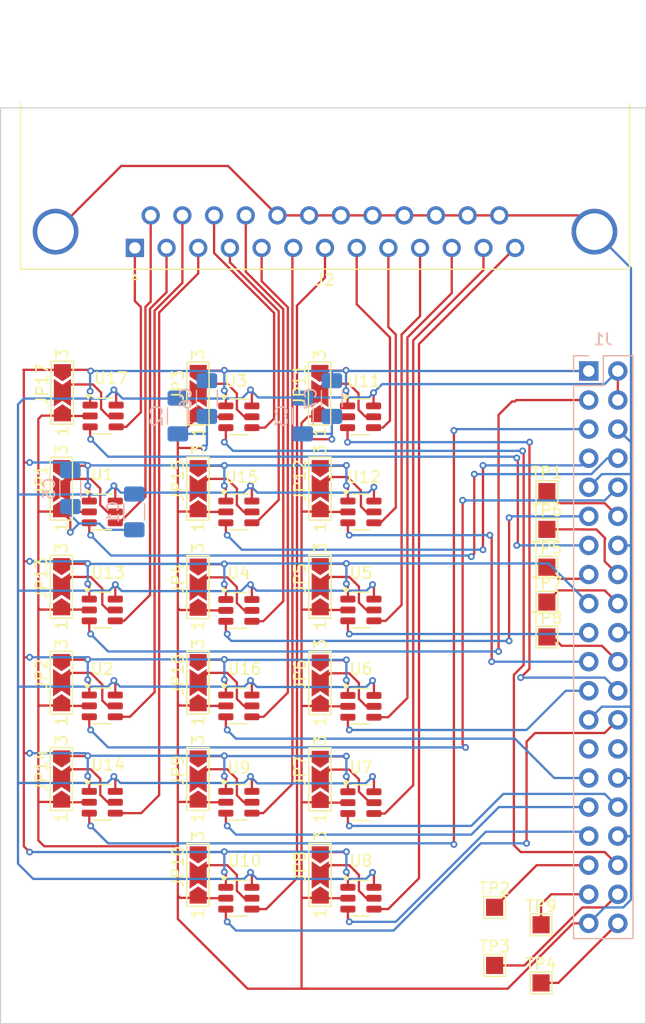
<source format=kicad_pcb>
(kicad_pcb (version 20240108) (generator "pcbnew") (generator_version "8.0")
  (layers (0 "F.Cu" signal) (31 "B.Cu" signal) (34 "B.Paste" user) (35 "F.Paste" user) (36 "B.SilkS" user "B.Silkscreen") (37 "F.SilkS" user "F.Silkscreen") (38 "B.Mask" user) (39 "F.Mask" user) (44 "Edge.Cuts" user))
  (net 0 "")
  (net 1 "GND")
  (net 2 "+5V")
  (net 4 "+3V3")
  (net 6 "14A")
  (net 7 "1A")
  (net 8 "2A")
  (net 9 "Net-(J1-GPIO20{slash}MOSI1)")
  (net 10 "9A")
  (net 11 "17A")
  (net 12 "Net-(J1-GPIO26)")
  (net 13 "Net-(J1-GPIO24)")
  (net 14 "11A")
  (net 15 "16A")
  (net 16 "10A")
  (net 17 "Net-(J1-GPIO22)")
  (net 18 "3A")
  (net 19 "5A")
  (net 20 "13A")
  (net 21 "7A")
  (net 22 "Net-(J1-GPIO18{slash}PWM0)")
  (net 23 "Net-(J1-GPIO21{slash}SCLK1)")
  (net 24 "8A")
  (net 25 "Net-(J1-GPIO23)")
  (net 26 "4A")
  (net 27 "12A")
  (net 28 "Net-(J1-GPIO19{slash}MISO1)")
  (net 29 "15A")
  (net 30 "6A")
  (net 31 "Net-(J1-GPIO25)")
  (net 32 "14B")
  (net 33 "8B")
  (net 34 "1B")
  (net 35 "13B")
  (net 36 "15B")
  (net 37 "5B")
  (net 38 "9B")
  (net 39 "6B")
  (net 40 "11B")
  (net 41 "7B")
  (net 42 "3B")
  (net 43 "12B")
  (net 44 "16B")
  (net 45 "4B")
  (net 46 "17B")
  (net 47 "10B")
  (net 48 "2B")
  (net 49 "Net-(JP1-C)")
  (net 50 "Net-(JP2-C)")
  (net 51 "Net-(JP3-C)")
  (net 52 "Net-(JP4-C)")
  (net 53 "Net-(JP5-C)")
  (net 54 "Net-(JP6-C)")
  (net 55 "Net-(JP7-C)")
  (net 56 "Net-(JP8-C)")
  (net 57 "Net-(JP9-C)")
  (net 58 "Net-(JP10-C)")
  (net 59 "Net-(JP11-C)")
  (net 60 "Net-(JP12-C)")
  (net 61 "Net-(JP13-C)")
  (net 62 "Net-(JP14-C)")
  (net 63 "Net-(JP15-C)")
  (net 64 "Net-(JP16-C)")
  (net 65 "Net-(JP17-C)")
  (footprint "Package_TO_SOT_SMD:SOT-23-6" (layer "F.Cu") (at 95.218 56.966)
    (property "Reference" "U11")
    (property "Value" "74LVC1T45" (hide yes))
  )
  (footprint "MountingHole:MountingHole_2.7mm_M2.5" (layer "F.Cu") (at 67.436 106.064 180)
    (property "Reference" "H3" (hide yes))
    (property "Value" "MountingHole" (hide yes))
  )
  (footprint "TestPoint:TestPoint_Pad_1.5x1.5mm" (layer "F.Cu") (at 106.934 99.822)
    (property "Reference" "TP2")
    (property "Value" "TestPoint")
  )
  (footprint "TestPoint:TestPoint_Pad_1.5x1.5mm" (layer "F.Cu") (at 111.506 63.5)
    (property "Reference" "TP1")
    (property "Value" "TestPoint")
  )
  (footprint "Jumper:SolderJumper-3_P2.0mm_Open_TrianglePad1.0x1.5mm_NumberLabels" (layer "F.Cu") (at 91.694 88.646 90)
    (property "Reference" "JP7")
    (property "Value" "SolderJumper_3_Open" (hide yes))
  )
  (footprint "Package_TO_SOT_SMD:SOT-23-6" (layer "F.Cu") (at 95.25 65.278)
    (property "Reference" "U12")
    (property "Value" "74LVC1T45" (hide yes))
  )
  (footprint "Jumper:SolderJumper-3_P2.0mm_Open_TrianglePad1.0x1.5mm_NumberLabels" (layer "F.Cu") (at 69.161552 54.864 90)
    (property "Reference" "JP17")
    (property "Value" "SolderJumper_3_Open" (hide yes))
  )
  (footprint "Jumper:SolderJumper-3_P2.0mm_Open_TrianglePad1.0x1.5mm_NumberLabels" (layer "F.Cu") (at 81.026 80.194 90)
    (property "Reference" "JP16")
    (property "Value" "SolderJumper_3_Open" (hide yes))
  )
  (footprint "Package_TO_SOT_SMD:SOT-23-6" (layer "F.Cu") (at 84.582 65.278)
    (property "Reference" "U15")
    (property "Value" "74LVC1T45" (hide yes))
  )
  (footprint "Package_TO_SOT_SMD:SOT-23-6" (layer "F.Cu") (at 72.644 90.646)
    (property "Reference" "U14")
    (property "Value" "74LVC1T45" (hide yes))
  )
  (footprint "Package_TO_SOT_SMD:SOT-23-6" (layer "F.Cu") (at 72.644 73.844)
    (property "Reference" "U13")
    (property "Value" "74LVC1T45" (hide yes))
  )
  (footprint "Package_TO_SOT_SMD:SOT-23-6" (layer "F.Cu") (at 95.25 99.028)
    (property "Reference" "U8")
    (property "Value" "74LVC1T45" (hide yes))
  )
  (footprint "TestPoint:TestPoint_Pad_1.5x1.5mm" (layer "F.Cu") (at 111.506 73.152)
    (property "Reference" "TP7")
    (property "Value" "TestPoint")
  )
  (footprint "MountingHole:MountingHole_2.7mm_M2.5" (layer "F.Cu") (at 116.436 106.064 180)
    (property "Reference" "H1" (hide yes))
    (property "Value" "MountingHole" (hide yes))
  )
  (footprint "TestPoint:TestPoint_Pad_1.5x1.5mm" (layer "F.Cu") (at 111.506 76.2)
    (property "Reference" "TP8")
    (property "Value" "TestPoint")
  )
  (footprint "Jumper:SolderJumper-3_P2.0mm_Open_TrianglePad1.0x1.5mm_NumberLabels" (layer "F.Cu") (at 91.694 63.246 90)
    (property "Reference" "JP12")
    (property "Value" "SolderJumper_3_Open" (hide yes))
  )
  (footprint "Jumper:SolderJumper-3_P2.0mm_Open_TrianglePad1.0x1.5mm_NumberLabels" (layer "F.Cu") (at 81.026 96.996 90)
    (property "Reference" "JP10")
    (property "Value" "SolderJumper_3_Open" (hide yes))
  )
  (footprint "Package_TO_SOT_SMD:SOT-23-6" (layer "F.Cu") (at 84.582 82.226)
    (property "Reference" "U16")
    (property "Value" "74LVC1T45" (hide yes))
  )
  (footprint "Jumper:SolderJumper-3_P2.0mm_Open_TrianglePad1.0x1.5mm_NumberLabels" (layer "F.Cu") (at 91.694 80.232 90)
    (property "Reference" "JP6")
    (property "Value" "SolderJumper_3_Open" (hide yes))
  )
  (footprint "TestPoint:TestPoint_Pad_1.5x1.5mm" (layer "F.Cu") (at 111.506 66.802)
    (property "Reference" "TP6")
    (property "Value" "TestPoint")
  )
  (footprint "MountingHole:MountingHole_2.7mm_M2.5" (layer "F.Cu") (at 116.436 48.064 180)
    (property "Reference" "H2" (hide yes))
    (property "Value" "MountingHole" (hide yes))
  )
  (footprint "Package_TO_SOT_SMD:SOT-23-6" (layer "F.Cu") (at 72.717552 56.896)
    (property "Reference" "U17")
    (property "Value" "74LVC1T45" (hide yes))
  )
  (footprint "TestPoint:TestPoint_Pad_1.5x1.5mm" (layer "F.Cu") (at 111.506 70.104)
    (property "Reference" "TP5")
    (property "Value" "TestPoint")
  )
  (footprint "Jumper:SolderJumper-3_P2.0mm_Open_TrianglePad1.0x1.5mm_NumberLabels" (layer "F.Cu") (at 81.026 63.246 90)
    (property "Reference" "JP15")
    (property "Value" "SolderJumper_3_Open" (hide yes))
  )
  (footprint "Package_TO_SOT_SMD:SOT-23-6" (layer "F.Cu") (at 95.25 90.678)
    (property "Reference" "U7")
    (property "Value" "74LVC1T45" (hide yes))
  )
  (footprint "Jumper:SolderJumper-3_P2.0mm_Open_TrianglePad1.0x1.5mm_NumberLabels" (layer "F.Cu") (at 91.694 71.812 90)
    (property "Reference" "JP5")
    (property "Value" "SolderJumper_3_Open" (hide yes))
  )
  (footprint "TestPoint:TestPoint_Pad_1.5x1.5mm" (layer "F.Cu") (at 106.934 104.902)
    (property "Reference" "TP3")
    (property "Value" "TestPoint")
  )
  (footprint "Jumper:SolderJumper-3_P2.0mm_Open_TrianglePad1.0x1.5mm_NumberLabels" (layer "F.Cu") (at 81.026 54.934 90)
    (property "Reference" "JP3")
    (property "Value" "SolderJumper_3_Open" (hide yes))
  )
  (footprint "Package_TO_SOT_SMD:SOT-23-6" (layer "F.Cu") (at 84.582 90.646)
    (property "Reference" "U9")
    (property "Value" "74LVC1T45" (hide yes))
  )
  (footprint "TestPoint:TestPoint_Pad_1.5x1.5mm" (layer "F.Cu") (at 110.998 106.426)
    (property "Reference" "TP4")
    (property "Value" "TestPoint")
  )
  (footprint "Connector_Dsub:DSUB-25_Female_Horizontal_P2.77x2.84mm_EdgePinOffset9.90mm_Housed_MountingHolesOffset11.32mm" (layer "F.Cu") (at 75.491 42.21 180)
    (property "Reference" "J2")
    (property "Value" "DB25_Receptacle_MountingHoles")
  )
  (footprint "Package_TO_SOT_SMD:SOT-23-6" (layer "F.Cu") (at 95.25 73.844)
    (property "Reference" "U5")
    (property "Value" "74LVC1T45" (hide yes))
  )
  (footprint "Jumper:SolderJumper-3_P2.0mm_Open_TrianglePad1.0x1.5mm_NumberLabels" (layer "F.Cu") (at 69.088 80.194 90)
    (property "Reference" "JP2")
    (property "Value" "SolderJumper_3_Open" (hide yes))
  )
  (footprint "Jumper:SolderJumper-3_P2.0mm_Open_TrianglePad1.0x1.5mm_NumberLabels" (layer "F.Cu") (at 81.026 71.85 90)
    (property "Reference" "JP4")
    (property "Value" "SolderJumper_3_Open" (hide yes))
  )
  (footprint "Package_TO_SOT_SMD:SOT-23-6" (layer "F.Cu") (at 72.644 65.278)
    (property "Reference" "U1")
    (property "Value" "74LVC1T45" (hide yes))
  )
  (footprint "Package_TO_SOT_SMD:SOT-23-6" (layer "F.Cu") (at 95.25 82.264)
    (property "Reference" "U6")
    (property "Value" "74LVC1T45" (hide yes))
  )
  (footprint "Package_TO_SOT_SMD:SOT-23-6" (layer "F.Cu") (at 72.644 82.226)
    (property "Reference" "U2")
    (property "Value" "74LVC1T45" (hide yes))
  )
  (footprint "TestPoint:TestPoint_Pad_1.5x1.5mm" (layer "F.Cu") (at 110.998 101.346)
    (property "Reference" "TP9")
    (property "Value" "TestPoint")
  )
  (footprint "Jumper:SolderJumper-3_P2.0mm_Open_TrianglePad1.0x1.5mm_NumberLabels" (layer "F.Cu") (at 69.088 71.812 90)
    (property "Reference" "JP13")
    (property "Value" "SolderJumper_3_Open" (hide yes))
  )
  (footprint "Jumper:SolderJumper-3_P2.0mm_Open_TrianglePad1.0x1.5mm_NumberLabels" (layer "F.Cu") (at 81.026 88.614 90)
    (property "Reference" "JP9")
    (property "Value" "SolderJumper_3_Open" (hide yes))
  )
  (footprint "Jumper:SolderJumper-3_P2.0mm_Open_TrianglePad1.0x1.5mm_NumberLabels" (layer "F.Cu") (at 91.662 54.934 90)
    (property "Reference" "JP11")
    (property "Value" "SolderJumper_3_Open" (hide yes))
  )
  (footprint "Package_TO_SOT_SMD:SOT-23-6" (layer "F.Cu") (at 84.582 99.028)
    (property "Reference" "U10")
    (property "Value" "74LVC1T45" (hide yes))
  )
  (footprint "MountingHole:MountingHole_2.7mm_M2.5" (layer "F.Cu") (at 67.436 48.064 180)
    (property "Reference" "H4" (hide yes))
    (property "Value" "MountingHole" (hide yes))
  )
  (footprint "Jumper:SolderJumper-3_P2.0mm_Open_TrianglePad1.0x1.5mm_NumberLabels" (layer "F.Cu") (at 91.694 96.996 90)
    (property "Reference" "JP8")
    (property "Value" "SolderJumper_3_Open" (hide yes))
  )
  (footprint "Jumper:SolderJumper-3_P2.0mm_Open_TrianglePad1.0x1.5mm_NumberLabels" (layer "F.Cu") (at 69.088 88.614 90)
    (property "Reference" "JP14")
    (property "Value" "SolderJumper_3_Open" (hide yes))
  )
  (footprint "Jumper:SolderJumper-3_P2.0mm_Open_TrianglePad1.0x1.5mm_NumberLabels" (layer "F.Cu") (at 69.088 63.246 90)
    (property "Reference" "JP1")
    (property "Value" "SolderJumper_3_Open" (hide yes))
  )
  (footprint "Package_TO_SOT_SMD:SOT-23-6" (layer "F.Cu") (at 84.582 73.882)
    (property "Reference" "U4")
    (property "Value" "74LVC1T45" (hide yes))
  )
  (footprint "Package_TO_SOT_SMD:SOT-23-6" (layer "F.Cu") (at 84.582 56.966)
    (property "Reference" "U3")
    (property "Value" "74LVC1T45" (hide yes))
  )
  (footprint "Capacitor_SMD:C_1206_3216Metric_Pad1.33x1.80mm_HandSolder" (layer "B.Cu") (at 69.85 63.246 -90)
    (property "Reference" "C5")
    (property "Value" "100n")
  )
  (footprint "Capacitor_SMD:C_1206_3216Metric_Pad1.33x1.80mm_HandSolder" (layer "B.Cu") (at 90.17 56.896 -90)
    (property "Reference" "C3")
    (property "Value" "100n")
  )
  (footprint "Capacitor_SMD:C_1206_3216Metric_Pad1.33x1.80mm_HandSolder" (layer "B.Cu") (at 75.438 65.278 -90)
    (property "Reference" "C1")
    (property "Value" "100n")
  )
  (footprint "Capacitor_SMD:C_1206_3216Metric_Pad1.33x1.80mm_HandSolder" (layer "B.Cu") (at 81.788 55.372 -90)
    (property "Reference" "C6")
    (property "Value" "100n")
  )
  (footprint "Capacitor_SMD:C_1206_3216Metric_Pad1.33x1.80mm_HandSolder" (layer "B.Cu") (at 79.248 56.896 -90)
    (property "Reference" "C2")
    (property "Value" "100n")
  )
  (footprint "Connector_PinSocket_2.54mm:PinSocket_2x20_P2.54mm_Vertical" (layer "B.Cu") (at 115.166 52.964 180)
    (property "Reference" "J1")
    (property "Value" "Raspberry_Pi_2_3" (hide yes))
  )
  (footprint "Capacitor_SMD:C_1206_3216Metric_Pad1.33x1.80mm_HandSolder" (layer "B.Cu") (at 92.71 55.372 -90)
    (property "Reference" "C7")
    (property "Value" "100n")
  )
  (gr_line (start 63.754 109.982) (end 120.142 109.982) (stroke (width 0.1)) (layer "Edge.Cuts"))
  (gr_line (start 63.754 109.982) (end 63.754 29.972) (stroke (width 0.1)) (layer "Edge.Cuts"))
  (gr_line (start 120.142 109.982) (end 120.142 29.972) (stroke (width 0.1)) (layer "Edge.Cuts"))
  (gr_line (start 63.754 29.972) (end 120.142 29.972) (stroke (width 0.1)) (layer "Edge.Cuts"))
  (segment (start 90.64 56.934) (end 90.17 57.404) (width 0.2) (layer "F.Cu") (net 1))
  (segment (start 71.5065 90.646) (end 69.12 90.646) (width 0.2) (layer "F.Cu") (net 1))
  (segment (start 68.561 40.79) (end 74.299 35.052) (width 0.2) (layer "F.Cu") (net 1))
  (segment (start 83.4445 65.278) (end 81.058 65.278) (width 0.2) (layer "F.Cu") (net 1))
  (segment (start 90.062 106.934) (end 90.062 90.678) (width 0.2) (layer "F.Cu") (net 1))
  (segment (start 91.694 73.812) (end 90.062 73.812) (width 0.2) (layer "F.Cu") (net 1))
  (segment (start 94.1125 65.278) (end 91.726 65.278) (width 0.2) (layer "F.Cu") (net 1))
  (segment (start 81.026 73.85) (end 79.438 73.85) (width 0.2) (layer "F.Cu") (net 1))
  (segment (start 69.088 90.614) (end 67.12 90.614) (width 0.2) (layer "F.Cu") (net 1))
  (segment (start 90.062 65.278) (end 90.062 73.66) (width 0.2) (layer "F.Cu") (net 1))
  (segment (start 83.4445 56.966) (end 81.058 56.966) (width 0.2) (layer "F.Cu") (net 1))
  (segment (start 94.1125 82.264) (end 91.726 82.264) (width 0.2) (layer "F.Cu") (net 1))
  (segment (start 91.726 73.844) (end 91.694 73.812) (width 0.2) (layer "F.Cu") (net 1))
  (segment (start 79.248 98.806) (end 79.438 98.996) (width 0.2) (layer "F.Cu") (net 1))
  (segment (start 83.4445 73.882) (end 81.058 73.882) (width 0.2) (layer "F.Cu") (net 1))
  (segment (start 89.408 39.37) (end 90.726 39.37) (width 0.2) (layer "F.Cu") (net 1))
  (segment (start 94.1125 99.028) (end 91.726 99.028) (width 0.2) (layer "F.Cu") (net 1))
  (segment (start 90.678 106.934) (end 85.344 106.934) (width 0.2) (layer "F.Cu") (net 1))
  (segment (start 91.694 90.646) (end 90.094 90.646) (width 0.2) (layer "F.Cu") (net 1))
  (segment (start 79.248 58.712) (end 79.248 59.69) (width 0.2) (layer "F.Cu") (net 1))
  (segment (start 71.4745 73.812) (end 71.5065 73.844) (width 0.2) (layer "F.Cu") (net 1))
  (segment (start 67.056 93.98) (end 67.564 94.488) (width 0.2) (layer "F.Cu") (net 1))
  (segment (start 69.088 73.812) (end 67.208 73.812) (width 0.2) (layer "F.Cu") (net 1))
  (segment (start 67.342 56.864) (end 67.056 57.15) (width 0.2) (layer "F.Cu") (net 1))
  (segment (start 81.058 73.882) (end 81.026 73.85) (width 0.2) (layer "F.Cu") (net 1))
  (segment (start 69.088 73.812) (end 71.4745 73.812) (width 0.2) (layer "F.Cu") (net 1))
  (segment (start 79.248 63.912) (end 79.248 65.278) (width 0.2) (layer "F.Cu") (net 1))
  (segment (start 92.71 58.928) (end 90.062 58.928) (width 0.2) (layer "F.Cu") (net 1))
  (segment (start 112.268 39.37) (end 114.241 39.37) (width 0.2) (layer "F.Cu") (net 1))
  (segment (start 69.12 90.646) (end 69.12 91.027198) (width 0.2) (layer "F.Cu") (net 1))
  (segment (start 81.058 82.226) (end 81.026 82.194) (width 0.2) (layer "F.Cu") (net 1))
  (segment (start 81.026 65.246) (end 79.28 65.246) (width 0.2) (layer "F.Cu") (net 1))
  (segment (start 107.346 39.37) (end 112.268 39.37) (width 0.2) (layer "F.Cu") (net 1))
  (segment (start 90.678 106.934) (end 90.062 106.934) (width 0.2) (layer "F.Cu") (net 1))
  (segment (start 89.408 39.37) (end 87.956 39.37) (width 0.2) (layer "F.Cu") (net 1))
  (segment (start 85.344 106.934) (end 84.074 105.664) (width 0.2) (layer "F.Cu") (net 1))
  (segment (start 69.12 65.278) (end 69.088 65.246) (width 0.2) (layer "F.Cu") (net 1))
  (segment (start 83.638 35.052) (end 87.956 39.37) (width 0.2) (layer "F.Cu") (net 1))
  (segment (start 91.694 82.232) (end 90.126 82.232) (width 0.2) (layer "F.Cu") (net 1))
  (segment (start 67.564 94.488) (end 79.248 94.488) (width 0.2) (layer "F.Cu") (net 1))
  (segment (start 90.094 65.246) (end 90.062 65.278) (width 0.2) (layer "F.Cu") (net 1))
  (segment (start 79.248 59.69) (end 81.534 59.69) (width 0.2) (layer "F.Cu") (net 1))
  (segment (start 108.075686 106.934) (end 90.678 106.934) (width 0.2) (layer "F.Cu") (net 1))
  (segment (start 79.248 98.806) (end 79.248 100.838) (width 0.2) (layer "F.Cu") (net 1))
  (segment (start 81.058 56.966) (end 81.026 56.934) (width 0.2) (layer "F.Cu") (net 1))
  (segment (start 69.088 65.246) (end 69.85 66.008) (width 0.2) (layer "F.Cu") (net 1))
  (segment (start 69.161552 56.864) (end 67.342 56.864) (width 0.2) (layer "F.Cu") (net 1))
  (segment (start 79.248 59.69) (end 79.248 63.912) (width 0.2) (layer "F.Cu") (net 1))
  (segment (start 69.088 90.614) (end 69.12 90.646) (width 0.2) (layer "F.Cu") (net 1))
  (segment (start 79.248 90.678) (end 79.248 94.488) (width 0.2) (layer "F.Cu") (net 1))
  (segment (start 83.4445 99.028) (end 81.058 99.028) (width 0.2) (layer "F.Cu") (net 1))
  (segment (start 81.026 56.934) (end 79.248 58.712) (width 0.2) (layer "F.Cu") (net 1))
  (segment (start 74.299 35.052) (end 83.638 35.052) (width 0.2) (layer "F.Cu") (net 1))
  (segment (start 81.026 65.246) (end 80.582 65.246) (width 0.2) (layer "F.Cu") (net 1))
  (segment (start 90.17 57.404) (end 90.062 57.512) (width 0.2) (layer "F.Cu") (net 1))
  (segment (start 91.694 56.966) (end 91.662 56.934) (width 0.2) (layer "F.Cu") (net 1))
  (segment (start 83.4445 82.226) (end 81.058 82.226) (width 0.2) (layer "F.Cu") (net 1))
  (segment (start 90.062 58.928) (end 90.062 65.278) (width 0.2) (layer "F.Cu") (net 1))
  (segment (start 115.166 101.224) (end 113.785686 101.224) (width 0.2) (layer "F.Cu") (net 1))
  (segment (start 79.248 100.838) (end 84.074 105.664) (width 0.2) (layer "F.Cu") (net 1))
  (segment (start 113.785686 101.224) (end 108.075686 106.934) (width 0.2) (layer "F.Cu") (net 1))
  (segment (start 81.058 90.646) (end 81.026 90.614) (width 0.2) (layer "F.Cu") (net 1))
  (segment (start 90.062 57.512) (end 90.062 58.928) (width 0.2) (layer "F.Cu") (net 1))
  (segment (start 67.056 90.678) (end 67.056 93.98) (width 0.2) (layer "F.Cu") (net 1))
  (segment (start 69.85 66.008) (end 69.85 67.056) (width 0.2) (layer "F.Cu") (net 1))
  (segment (start 71.5065 82.226) (end 69.12 82.226) (width 0.2) (layer "F.Cu") (net 1))
  (segment (start 94.0805 56.966) (end 91.694 56.966) (width 0.2) (layer "F.Cu") (net 1))
  (segment (start 90.126 82.232) (end 90.062 82.296) (width 0.2) (layer "F.Cu") (net 1))
  (segment (start 79.438 98.996) (end 81.026 98.996) (width 0.2) (layer "F.Cu") (net 1))
  (segment (start 91.662 56.934) (end 90.64 56.934) (width 0.2) (layer "F.Cu") (net 1))
  (segment (start 71.580052 56.896) (end 69.193552 56.896) (width 0.2) (layer "F.Cu") (net 1))
  (segment (start 91.726 99.028) (end 91.694 98.996) (width 0.2) (layer "F.Cu") (net 1))
  (segment (start 67.056 73.66) (end 67.056 82.296) (width 0.2) (layer "F.Cu") (net 1))
  (segment (start 71.5065 65.278) (end 69.12 65.278) (width 0.2) (layer "F.Cu") (net 1))
  (segment (start 79.312 90.614) (end 79.248 90.678) (width 0.2) (layer "F.Cu") (net 1))
  (segment (start 83.4445 90.646) (end 81.058 90.646) (width 0.2) (layer "F.Cu") (net 1))
  (segment (start 67.088 65.246) (end 67.056 65.278) (width 0.2) (layer "F.Cu") (net 1))
  (segment (start 90.094 90.646) (end 90.062 90.678) (width 0.2) (layer "F.Cu") (net 1))
  (segment (start 67.12 90.614) (end 67.056 90.678) (width 0.2) (layer "F.Cu") (net 1))
  (segment (start 94.1125 73.844) (end 91.726 73.844) (width 0.2) (layer "F.Cu") (net 1))
  (segment (start 67.056 82.296) (end 67.056 90.678) (width 0.2) (layer "F.Cu") (net 1))
  (segment (start 69.193552 56.896) (end 69.161552 56.864) (width 0.2) (layer "F.Cu") (net 1))
  (segment (start 107.346 39.37) (end 89.408 39.37) (width 0.2) (layer "F.Cu") (net 1))
  (segment (start 94.1125 90.678) (end 91.726 90.678) (width 0.2) (layer "F.Cu") (net 1))
  (segment (start 67.056 65.278) (end 67.056 73.66) (width 0.2) (layer "F.Cu") (net 1))
  (segment (start 114.241 39.37) (end 115.661 40.79) (width 0.2) (layer "F.Cu") (net 1))
  (segment (start 69.12 82.226) (end 69.088 82.194) (width 0.2) (layer "F.Cu") (net 1))
  (segment (start 69.088 82.194) (end 67.158 82.194) (width 0.2) (layer "F.Cu") (net 1))
  (segment (start 91.726 82.264) (end 91.694 82.232) (width 0.2) (layer "F.Cu") (net 1))
  (segment (start 90.062 73.66) (end 90.062 82.296) (width 0.2) (layer "F.Cu") (net 1))
  (segment (start 79.28 65.246) (end 79.248 65.278) (width 0.2) (layer "F.Cu") (net 1))
  (segment (start 90.062 82.296) (end 90.062 90.678) (width 0.2) (layer "F.Cu") (net 1))
  (segment (start 79.248 82.042) (end 79.248 90.678) (width 0.2) (layer "F.Cu") (net 1))
  (segment (start 79.248 73.66) (end 79.248 82.042) (width 0.2) (layer "F.Cu") (net 1))
  (segment (start 79.248 94.488) (end 79.248 98.806) (width 0.2) (layer "F.Cu") (net 1))
  (segment (start 79.438 73.85) (end 79.248 73.66) (width 0.2) (layer "F.Cu") (net 1))
  (segment (start 67.208 73.812) (end 67.056 73.66) (width 0.2) (layer "F.Cu") (net 1))
  (segment (start 81.058 65.278) (end 81.026 65.246) (width 0.2) (layer "F.Cu") (net 1))
  (segment (start 91.726 65.278) (end 91.694 65.246) (width 0.2) (layer "F.Cu") (net 1))
  (segment (start 91.694 65.246) (end 90.094 65.246) (width 0.2) (layer "F.Cu") (net 1))
  (segment (start 67.056 57.15) (end 67.056 65.278) (width 0.2) (layer "F.Cu") (net 1))
  (segment (start 67.158 82.194) (end 67.056 82.296) (width 0.2) (layer "F.Cu") (net 1))
  (segment (start 79.4 82.194) (end 79.248 82.042) (width 0.2) (layer "F.Cu") (net 1))
  (segment (start 79.248 65.278) (end 79.248 73.66) (width 0.2) (layer "F.Cu") (net 1))
  (segment (start 90.062 98.996) (end 91.694 98.996) (width 0.2) (layer "F.Cu") (net 1))
  (segment (start 91.726 90.678) (end 91.694 90.646) (width 0.2) (layer "F.Cu") (net 1))
  (segment (start 81.026 90.614) (end 79.312 90.614) (width 0.2) (layer "F.Cu") (net 1))
  (segment (start 81.058 99.028) (end 81.026 98.996) (width 0.2) (layer "F.Cu") (net 1))
  (segment (start 69.088 65.246) (end 67.088 65.246) (width 0.2) (layer "F.Cu") (net 1))
  (segment (start 81.026 82.194) (end 79.4 82.194) (width 0.2) (layer "F.Cu") (net 1))
  (via (at 69.85 67.056) (size 0.6) (drill 0.3) (layers "F.Cu" "B.Cu") (net 1))
  (via (at 81.534 59.69) (size 0.6) (drill 0.3) (layers "F.Cu" "B.Cu") (net 1))
  (via (at 92.71 58.928) (size 0.6) (drill 0.3) (layers "F.Cu" "B.Cu") (net 1))
  (segment (start 118.854 61.974) (end 118.856 61.976) (width 0.2) (layer "B.Cu") (net 1))
  (segment (start 118.734 93.604) (end 118.856 93.726) (width 0.2) (layer "B.Cu") (net 1))
  (segment (start 81.788 59.436) (end 81.788 58.42) (width 0.2) (layer "B.Cu") (net 1))
  (segment (start 118.856 59.194) (end 117.706 58.044) (width 0.2) (layer "B.Cu") (net 1))
  (segment (start 72.9365 66.8405) (end 72.39 66.294) (width 0.2) (layer "B.Cu") (net 1))
  (segment (start 118.856 99.160346) (end 118.182346 99.834) (width 0.2) (layer "B.Cu") (net 1))
  (segment (start 69.85 64.8085) (end 69.85 65.532) (width 0.2) (layer "B.Cu") (net 1))
  (segment (start 115.166 83.444) (end 116.316 82.294) (width 0.2) (layer "B.Cu") (net 1))
  (segment (start 79.248 58.4585) (end 81.7495 58.4585) (width 0.2) (layer "B.Cu") (net 1))
  (segment (start 118.856 68.326) (end 118.856 61.976) (width 0.2) (layer "B.Cu") (net 1))
  (segment (start 118.182346 99.834) (end 116.556 99.834) (width 0.2) (layer "B.Cu") (net 1))
  (segment (start 115.166 63.124) (end 116.316 61.974) (width 0.2) (layer "B.Cu") (net 1))
  (segment (start 81.7495 58.4585) (end 81.788 58.42) (width 0.2) (layer "B.Cu") (net 1))
  (segment (start 92.71 56.9345) (end 92.71 58.42) (width 0.2) (layer "B.Cu") (net 1))
  (segment (start 118.856 59.436) (end 118.856 59.194) (width 0.2) (layer "B.Cu") (net 1))
  (segment (start 81.788 58.42) (end 81.788 56.9345) (width 0.2) (layer "B.Cu") (net 1))
  (segment (start 117.706 93.604) (end 118.734 93.604) (width 0.2) (layer "B.Cu") (net 1))
  (segment (start 118.856 43.985) (end 115.661 40.79) (width 0.2) (layer "B.Cu") (net 1))
  (segment (start 69.85 65.532) (end 70.612 66.294) (width 0.2) (layer "B.Cu") (net 1))
  (segment (start 117.706 88.524) (end 118.734 88.524) (width 0.2) (layer "B.Cu") (net 1))
  (segment (start 81.534 59.69) (end 81.788 59.436) (width 0.2) (layer "B.Cu") (net 1))
  (segment (start 92.6715 58.4585) (end 92.71 58.42) (width 0.2) (layer "B.Cu") (net 1))
  (segment (start 118.734 68.204) (end 118.856 68.326) (width 0.2) (layer "B.Cu") (net 1))
  (segment (start 118.856 86.868) (end 118.856 88.646) (width 0.2) (layer "B.Cu") (net 1))
  (segment (start 116.556 99.834) (end 115.166 101.224) (width 0.2) (layer "B.Cu") (net 1))
  (segment (start 92.71 58.42) (end 92.71 58.928) (width 0.2) (layer "B.Cu") (net 1))
  (segment (start 72.39 66.294) (end 70.612 66.294) (width 0.2) (layer "B.Cu") (net 1))
  (segment (start 70.612 66.294) (end 69.85 67.056) (width 0.2) (layer "B.Cu") (net 1))
  (segment (start 118.856 91.694) (end 118.856 93.726) (width 0.2) (layer "B.Cu") (net 1))
  (segment (start 118.856 82.296) (end 118.856 86.868) (width 0.2) (layer "B.Cu") (net 1))
  (segment (start 118.856 88.646) (end 118.856 91.694) (width 0.2) (layer "B.Cu") (net 1))
  (segment (start 118.856 61.976) (end 118.856 59.436) (width 0.2) (layer "B.Cu") (net 1))
  (segment (start 75.438 66.8405) (end 72.9365 66.8405) (width 0.2) (layer "B.Cu") (net 1))
  (segment (start 118.856 93.726) (end 118.856 99.160346) (width 0.2) (layer "B.Cu") (net 1))
  (segment (start 117.706 75.824) (end 118.724 75.824) (width 0.2) (layer "B.Cu") (net 1))
  (segment (start 118.856 75.692) (end 118.856 68.326) (width 0.2) (layer "B.Cu") (net 1))
  (segment (start 117.706 68.204) (end 118.734 68.204) (width 0.2) (layer "B.Cu") (net 1))
  (segment (start 118.854 82.294) (end 118.856 82.296) (width 0.2) (layer "B.Cu") (net 1))
  (segment (start 118.734 88.524) (end 118.856 88.646) (width 0.2) (layer "B.Cu") (net 1))
  (segment (start 90.17 58.4585) (end 92.6715 58.4585) (width 0.2) (layer "B.Cu") (net 1))
  (segment (start 118.724 75.824) (end 118.856 75.692) (width 0.2) (layer "B.Cu") (net 1))
  (segment (start 116.316 61.974) (end 118.854 61.974) (width 0.2) (layer "B.Cu") (net 1))
  (segment (start 118.856 75.692) (end 118.856 82.296) (width 0.2) (layer "B.Cu") (net 1))
  (segment (start 118.856 59.436) (end 118.856 43.985) (width 0.2) (layer "B.Cu") (net 1))
  (segment (start 116.316 82.294) (end 118.854 82.294) (width 0.2) (layer "B.Cu") (net 1))
  (segment (start 73.855052 54.805052) (end 73.66 54.61) (width 0.2) (layer "F.Cu") (net 2))
  (segment (start 85.7195 80.1315) (end 85.598 80.01) (width 0.2) (layer "F.Cu") (net 2))
  (segment (start 96.3875 80.1315) (end 96.266 80.01) (width 0.2) (layer "F.Cu") (net 2))
  (segment (start 96.3875 71.7495) (end 96.266 71.628) (width 0.2) (layer "F.Cu") (net 2))
  (segment (start 85.7195 98.078) (end 85.7195 96.8955) (width 0.2) (layer "F.Cu") (net 2))
  (segment (start 96.3875 63.1135) (end 96.3875 64.328) (width 0.2) (layer "F.Cu") (net 2))
  (segment (start 73.7815 89.696) (end 73.7815 88.5135) (width 0.2) (layer "F.Cu") (net 2))
  (segment (start 73.855052 55.946) (end 73.855052 54.805052) (width 0.2) (layer "F.Cu") (net 2))
  (segment (start 73.7815 63.1135) (end 73.66 62.992) (width 0.2) (layer "F.Cu") (net 2))
  (segment (start 85.7195 71.7495) (end 85.598 71.628) (width 0.2) (layer "F.Cu") (net 2))
  (segment (start 96.3875 89.728) (end 96.3875 88.5135) (width 0.2) (layer "F.Cu") (net 2))
  (segment (start 85.7195 81.276) (end 85.7195 80.1315) (width 0.2) (layer "F.Cu") (net 2))
  (segment (start 96.3555 56.016) (end 96.3555 54.864) (width 0.2) (layer "F.Cu") (net 2))
  (segment (start 73.7815 80.1315) (end 73.66 80.01) (width 0.2) (layer "F.Cu") (net 2))
  (segment (start 96.3875 98.078) (end 96.3875 96.8955) (width 0.2) (layer "F.Cu") (net 2))
  (segment (start 85.7195 63.1135) (end 85.598 62.992) (width 0.2) (layer "F.Cu") (net 2))
  (segment (start 73.7815 81.276) (end 73.7815 80.1315) (width 0.2) (layer "F.Cu") (net 2))
  (segment (start 85.7195 54.7315) (end 85.598 54.61) (width 0.2) (layer "F.Cu") (net 2))
  (segment (start 85.7195 89.696) (end 85.7195 88.5135) (width 0.2) (layer "F.Cu") (net 2))
  (segment (start 73.7815 88.5135) (end 73.66 88.392) (width 0.2) (layer "F.Cu") (net 2))
  (segment (start 85.7195 72.932) (end 85.7195 71.7495) (width 0.2) (layer "F.Cu") (net 2))
  (segment (start 85.7195 64.328) (end 85.7195 63.1135) (width 0.2) (layer "F.Cu") (net 2))
  (segment (start 73.7815 64.328) (end 73.7815 63.1135) (width 0.2) (layer "F.Cu") (net 2))
  (segment (start 96.3875 72.894) (end 96.3875 71.7495) (width 0.2) (layer "F.Cu") (net 2))
  (segment (start 117.706 52.964) (end 117.706 55.504) (width 0.2) (layer "F.Cu") (net 2))
  (segment (start 85.7195 88.5135) (end 85.598 88.392) (width 0.2) (layer "F.Cu") (net 2))
  (segment (start 96.3875 81.314) (end 96.3875 80.1315) (width 0.2) (layer "F.Cu") (net 2))
  (segment (start 96.3875 88.5135) (end 96.266 88.392) (width 0.2) (layer "F.Cu") (net 2))
  (segment (start 73.7815 71.628) (end 73.7815 72.894) (width 0.2) (layer "F.Cu") (net 2))
  (segment (start 96.3875 96.8955) (end 96.266 96.774) (width 0.2) (layer "F.Cu") (net 2))
  (segment (start 96.3555 54.864) (end 96.3555 54.6995) (width 0.2) (layer "F.Cu") (net 2))
  (segment (start 85.7195 56.016) (end 85.7195 54.7315) (width 0.2) (layer "F.Cu") (net 2))
  (segment (start 85.7195 96.8955) (end 85.598 96.774) (width 0.2) (layer "F.Cu") (net 2))
  (via (at 73.66 54.61) (size 0.6) (drill 0.3) (layers "F.Cu" "B.Cu") (net 2))
  (via (at 73.7815 71.628) (size 0.6) (drill 0.3) (layers "F.Cu" "B.Cu") (net 2))
  (via (at 96.3555 54.864) (size 0.6) (drill 0.3) (layers "F.Cu" "B.Cu") (net 2))
  (via (at 73.66 88.392) (size 0.6) (drill 0.3) (layers "F.Cu" "B.Cu") (net 2))
  (via (at 85.598 88.392) (size 0.6) (drill 0.3) (layers "F.Cu" "B.Cu") (net 2))
  (via (at 85.598 96.774) (size 0.6) (drill 0.3) (layers "F.Cu" "B.Cu") (net 2))
  (via (at 96.3875 63.1135) (size 0.6) (drill 0.3) (layers "F.Cu" "B.Cu") (net 2))
  (via (at 96.266 96.774) (size 0.6) (drill 0.3) (layers "F.Cu" "B.Cu") (net 2))
  (via (at 96.266 88.392) (size 0.6) (drill 0.3) (layers "F.Cu" "B.Cu") (net 2))
  (via (at 73.66 80.01) (size 0.6) (drill 0.3) (layers "F.Cu" "B.Cu") (net 2))
  (via (at 85.598 62.992) (size 0.6) (drill 0.3) (layers "F.Cu" "B.Cu") (net 2))
  (via (at 85.598 54.61) (size 0.6) (drill 0.3) (layers "F.Cu" "B.Cu") (net 2))
  (via (at 73.66 62.992) (size 0.6) (drill 0.3) (layers "F.Cu" "B.Cu") (net 2))
  (via (at 85.598 80.01) (size 0.6) (drill 0.3) (layers "F.Cu" "B.Cu") (net 2))
  (via (at 96.266 80.01) (size 0.6) (drill 0.3) (layers "F.Cu" "B.Cu") (net 2))
  (via (at 96.266 71.628) (size 0.6) (drill 0.3) (layers "F.Cu" "B.Cu") (net 2))
  (via (at 85.598 71.628) (size 0.6) (drill 0.3) (layers "F.Cu" "B.Cu") (net 2))
  (segment (start 72.898 63.754) (end 73.66 62.992) (width 0.2) (layer "B.Cu") (net 2))
  (segment (start 96.3555 54.864) (end 97.1055 54.114) (width 0.2) (layer "B.Cu") (net 2))
  (segment (start 74.3495 72.196) (end 84.776 72.196) (width 0.2) (layer "B.Cu") (net 2))
  (segment (start 96.3555 54.864) (end 95.9395 55.28) (width 0.2) (layer "B.Cu") (net 2))
  (segment (start 73.66 80.01) (end 73.13 80.54) (width 0.2) (layer "B.Cu") (net 2))
  (segment (start 85.03 88.96) (end 74.228 88.96) (width 0.2) (layer "B.Cu") (net 2))
  (segment (start 96.266 96.774) (end 95.698 97.342) (width 0.2) (layer "B.Cu") (net 2))
  (segment (start 74.422 55.372) (end 79.248 55.372) (width 0.2) (layer "B.Cu") (net 2))
  (segment (start 96.266 88.392) (end 95.666 88.992) (width 0.2) (layer "B.Cu") (net 2))
  (segment (start 86.166 80.578) (end 85.598 80.01) (width 0.2) (layer "B.Cu") (net 2))
  (segment (start 95.698 80.578) (end 86.166 80.578) (width 0.2) (layer "B.Cu") (net 2))
  (segment (start 95.666 88.992) (end 86.198 88.992) (width 0.2) (layer "B.Cu") (net 2))
  (segment (start 85.598 54.61) (end 86.268 55.28) (width 0.2) (layer "B.Cu") (net 2))
  (segment (start 86.198 63.592) (end 85.598 62.992) (width 0.2) (layer "B.Cu") (net 2))
  (segment (start 96.266 80.01) (end 95.698 80.578) (width 0.2) (layer "B.Cu") (net 2))
  (segment (start 73.7815 71.628) (end 74.3495 72.196) (width 0.2) (layer "B.Cu") (net 2))
  (segment (start 97.1055 54.114) (end 116.556 54.114) (width 0.2) (layer "B.Cu") (net 2))
  (segment (start 85.598 88.392) (end 85.03 88.96) (width 0.2) (layer "B.Cu") (net 2))
  (segment (start 73.092 88.96) (end 65.338 88.96) (width 0.2) (layer "B.Cu") (net 2))
  (segment (start 84.776 72.196) (end 85.344 71.628) (width 0.2) (layer "B.Cu") (net 2))
  (segment (start 65.278 55.88) (end 65.278 63.754) (width 0.2) (layer "B.Cu") (net 2))
  (segment (start 72.898 55.372) (end 65.786 55.372) (width 0.2) (layer "B.Cu") (net 2))
  (segment (start 86.198 88.992) (end 85.598 88.392) (width 0.2) (layer "B.Cu") (net 2))
  (segment (start 95.9395 55.28) (end 90.17 55.28) (width 0.2) (layer "B.Cu") (net 2))
  (segment (start 73.66 54.61) (end 74.422 55.372) (width 0.2) (layer "B.Cu") (net 2))
  (segment (start 65.278 80.518) (end 65.278 88.9) (width 0.2) (layer "B.Cu") (net 2))
  (segment (start 65.278 88.9) (end 65.278 96.012) (width 0.2) (layer "B.Cu") (net 2))
  (segment (start 65.338 88.96) (end 65.278 88.9) (width 0.2) (layer "B.Cu") (net 2))
  (segment (start 85.598 80.01) (end 85.068 80.54) (width 0.2) (layer "B.Cu") (net 2))
  (segment (start 75.438 63.592) (end 74.26 63.592) (width 0.2) (layer "B.Cu") (net 2))
  (segment (start 79.248 55.3335) (end 79.248 55.372) (width 0.2) (layer "B.Cu") (net 2))
  (segment (start 85.03 97.342) (end 85.598 96.774) (width 0.2) (layer "B.Cu") (net 2))
  (segment (start 85.598 62.992) (end 84.998 63.592) (width 0.2) (layer "B.Cu") (net 2))
  (segment (start 74.19 80.54) (end 73.66 80.01) (width 0.2) (layer "B.Cu") (net 2))
  (segment (start 84.836 55.372) (end 85.598 54.61) (width 0.2) (layer "B.Cu") (net 2))
  (segment (start 95.909 63.592) (end 86.198 63.592) (width 0.2) (layer "B.Cu") (net 2))
  (segment (start 65.786 55.372) (end 65.278 55.88) (width 0.2) (layer "B.Cu") (net 2))
  (segment (start 74.26 63.592) (end 73.66 62.992) (width 0.2) (layer "B.Cu") (net 2))
  (segment (start 96.3875 63.1135) (end 95.909 63.592) (width 0.2) (layer "B.Cu") (net 2))
  (segment (start 73.2515 72.158) (end 65.3 72.158) (width 0.2) (layer "B.Cu") (net 2))
  (segment (start 74.228 88.96) (end 73.66 88.392) (width 0.2) (layer "B.Cu") (net 2))
  (segment (start 84.998 63.592) (end 75.438 63.592) (width 0.2) (layer "B.Cu") (net 2))
  (segment (start 73.66 54.61) (end 72.898 55.372) (width 0.2) (layer "B.Cu") (net 2))
  (segment (start 95.736 72.158) (end 86.128 72.158) (width 0.2) (layer "B.Cu") (net 2))
  (segment (start 73.66 88.392) (end 73.092 88.96) (width 0.2) (layer "B.Cu") (net 2))
  (segment (start 65.278 63.754) (end 65.278 72.136) (width 0.2) (layer "B.Cu") (net 2))
  (segment (start 79.248 55.372) (end 84.836 55.372) (width 0.2) (layer "B.Cu") (net 2))
  (segment (start 66.608 97.342) (end 85.03 97.342) (width 0.2) (layer "B.Cu") (net 2))
  (segment (start 86.128 72.158) (end 85.598 71.628) (width 0.2) (layer "B.Cu") (net 2))
  (segment (start 86.268 55.28) (end 90.17 55.28) (width 0.2) (layer "B.Cu") (net 2))
  (segment (start 73.13 80.54) (end 65.3 80.54) (width 0.2) (layer "B.Cu") (net 2))
  (segment (start 65.3 80.54) (end 65.278 80.518) (width 0.2) (layer "B.Cu") (net 2))
  (segment (start 65.278 72.136) (end 65.278 80.518) (width 0.2) (layer "B.Cu") (net 2))
  (segment (start 90.17 55.3335) (end 90.17 55.28) (width 0.2) (layer "B.Cu") (net 2))
  (segment (start 75.438 63.7155) (end 75.438 63.592) (width 0.2) (layer "B.Cu") (net 2))
  (segment (start 65.3 72.158) (end 65.278 72.136) (width 0.2) (layer "B.Cu") (net 2))
  (segment (start 86.166 97.342) (end 85.598 96.774) (width 0.2) (layer "B.Cu") (net 2))
  (segment (start 85.068 80.54) (end 74.19 80.54) (width 0.2) (layer "B.Cu") (net 2))
  (segment (start 73.7815 71.628) (end 73.2515 72.158) (width 0.2) (layer "B.Cu") (net 2))
  (segment (start 85.344 71.628) (end 85.598 71.628) (width 0.2) (layer "B.Cu") (net 2))
  (segment (start 72.898 63.754) (end 65.278 63.754) (width 0.2) (layer "B.Cu") (net 2))
  (segment (start 65.278 96.012) (end 66.608 97.342) (width 0.2) (layer "B.Cu") (net 2))
  (segment (start 116.556 54.114) (end 117.706 52.964) (width 0.2) (layer "B.Cu") (net 2))
  (segment (start 95.698 97.342) (end 86.166 97.342) (width 0.2) (layer "B.Cu") (net 2))
  (segment (start 96.266 71.628) (end 95.736 72.158) (width 0.2) (layer "B.Cu") (net 2))
  (segment (start 81.026 69.85) (end 83.28 69.85) (width 0.2) (layer "F.Cu") (net 4))
  (segment (start 93.948 61.246) (end 93.98 61.214) (width 0.2) (layer "F.Cu") (net 4))
  (segment (start 66.04 77.978) (end 66.294 77.978) (width 0.2) (layer "F.Cu") (net 4))
  (segment (start 94.1125 81.314) (end 94.1125 80.1105) (width 0.2) (layer "F.Cu") (net 4))
  (segment (start 83.4445 81.276) (end 83.4445 80.0725) (width 0.2) (layer "F.Cu") (net 4))
  (segment (start 71.5065 80.0725) (end 71.374 79.94) (width 0.2) (layer "F.Cu") (net 4))
  (segment (start 81.026 61.246) (end 83.28 61.246) (width 0.2) (layer "F.Cu") (net 4))
  (segment (start 71.342 61.246) (end 71.374 61.214) (width 0.2) (layer "F.Cu") (net 4))
  (segment (start 83.4445 54.8125) (end 83.312 54.68) (width 0.2) (layer "F.Cu") (net 4))
  (segment (start 71.5065 71.6905) (end 71.374 71.558) (width 0.2) (layer "F.Cu") (net 4))
  (segment (start 81.026 86.614) (end 83.28 86.614) (width 0.2) (layer "F.Cu") (net 4))
  (segment (start 91.694 94.996) (end 93.948 94.996) (width 0.2) (layer "F.Cu") (net 4))
  (segment (start 94.1125 72.894) (end 94.1125 71.6905) (width 0.2) (layer "F.Cu") (net 4))
  (segment (start 71.447552 54.61) (end 71.580052 54.7425) (width 0.2) (layer "F.Cu") (net 4))
  (segment (start 71.5065 72.894) (end 71.5065 71.6905) (width 0.2) (layer "F.Cu") (net 4))
  (segment (start 93.948 78.232) (end 93.98 78.2) (width 0.2) (layer "F.Cu") (net 4))
  (segment (start 94.1125 63.1245) (end 93.98 62.992) (width 0.2) (layer "F.Cu") (net 4))
  (segment (start 71.5065 64.328) (end 71.5065 63.1245) (width 0.2) (layer "F.Cu") (net 4))
  (segment (start 83.4445 56.016) (end 83.4445 54.8125) (width 0.2) (layer "F.Cu") (net 4))
  (segment (start 94.0805 54.8125) (end 93.948 54.68) (width 0.2) (layer "F.Cu") (net 4))
  (segment (start 93.948 94.996) (end 93.98 94.964) (width 0.2) (layer "F.Cu") (net 4))
  (segment (start 81.026 78.194) (end 83.28 78.194) (width 0.2) (layer "F.Cu") (net 4))
  (segment (start 83.4445 72.932) (end 83.4445 71.7285) (width 0.2) (layer "F.Cu") (net 4))
  (segment (start 81.026 52.934) (end 83.28 52.934) (width 0.2) (layer "F.Cu") (net 4))
  (segment (start 91.694 61.246) (end 93.948 61.246) (width 0.2) (layer "F.Cu") (net 4))
  (segment (start 69.088 61.246) (end 71.342 61.246) (width 0.2) (layer "F.Cu") (net 4))
  (segment (start 83.4445 71.7285) (end 83.312 71.596) (width 0.2) (layer "F.Cu") (net 4))
  (segment (start 81.026 94.996) (end 83.28 94.996) (width 0.2) (layer "F.Cu") (net 4))
  (segment (start 83.28 61.246) (end 83.312 61.214) (width 0.2) (layer "F.Cu") (net 4))
  (segment (start 91.694 78.232) (end 93.948 78.232) (width 0.2) (layer "F.Cu") (net 4))
  (segment (start 65.786 77.978) (end 65.786 86.36) (width 0.2) (layer "F.Cu") (net 4))
  (segment (start 83.28 94.996) (end 83.312 94.964) (width 0.2) (layer "F.Cu") (net 4))
  (segment (start 83.4445 88.4925) (end 83.312 88.36) (width 0.2) (layer "F.Cu") (net 4))
  (segment (start 83.28 86.614) (end 83.312 86.582) (width 0.2) (layer "F.Cu") (net 4))
  (segment (start 65.786 52.896) (end 65.786 60.96) (width 0.2) (layer "F.Cu") (net 4))
  (segment (start 94.1125 71.6905) (end 93.98 71.558) (width 0.2) (layer "F.Cu") (net 4))
  (segment (start 94.1125 96.8745) (end 93.98 96.742) (width 0.2) (layer "F.Cu") (net 4))
  (segment (start 83.4445 64.328) (end 83.4445 63.1245) (width 0.2) (layer "F.Cu") (net 4))
  (segment (start 93.948 69.812) (end 93.98 69.78) (width 0.2) (layer "F.Cu") (net 4))
  (segment (start 71.342 86.614) (end 71.374 86.582) (width 0.2) (layer "F.Cu") (net 4))
  (segment (start 93.916 52.934) (end 93.948 52.902) (width 0.2) (layer "F.Cu") (net 4))
  (segment (start 94.1125 80.1105) (end 93.98 79.978) (width 0.2) (layer "F.Cu") (net 4))
  (segment (start 65.786 94.488) (end 66.294 94.996) (width 0.2) (layer "F.Cu") (net 4))
  (segment (start 94.1125 89.728) (end 94.1125 88.5245) (width 0.2) (layer "F.Cu") (net 4))
  (segment (start 71.5065 63.1245) (end 71.374 62.992) (width 0.2) (layer "F.Cu") (net 4))
  (segment (start 69.088 69.812) (end 71.342 69.812) (width 0.2) (layer "F.Cu") (net 4))
  (segment (start 94.1125 88.5245) (end 93.98 88.392) (width 0.2) (layer "F.Cu") (net 4))
  (segment (start 65.786 69.596) (end 66.294 69.596) (width 0.2) (layer "F.Cu") (net 4))
  (segment (start 65.754 52.864) (end 65.786 52.896) (width 0.2) (layer "F.Cu") (net 4))
  (segment (start 71.528 52.864) (end 69.161552 52.864) (width 0.2) (layer "F.Cu") (net 4))
  (segment (start 94.0805 56.016) (end 94.0805 54.8125) (width 0.2) (layer "F.Cu") (net 4))
  (segment (start 71.342 78.194) (end 71.374 78.162) (width 0.2) (layer "F.Cu") (net 4))
  (segment (start 71.5065 89.696) (end 71.5065 88.4925) (width 0.2) (layer "F.Cu") (net 4))
  (segment (start 91.662 52.934) (end 93.916 52.934) (width 0.2) (layer "F.Cu") (net 4))
  (segment (start 65.786 86.36) (end 66.294 86.36) (width 0.2) (layer "F.Cu") (net 4))
  (segment (start 65.786 60.96) (end 66.294 60.96) (width 0.2) (layer "F.Cu") (net 4))
  (segment (start 71.342 69.812) (end 71.374 69.78) (width 0.2) (layer "F.Cu") (net 4))
  (segment (start 94.1125 64.328) (end 94.1125 63.1245) (width 0.2) (layer "F.Cu") (net 4))
  (segment (start 65.786 77.978) (end 66.04 77.978) (width 0.2) (layer "F.Cu") (net 4))
  (segment (start 71.628 52.964) (end 71.528 52.864) (width 0.2) (layer "F.Cu") (net 4))
  (segment (start 71.580052 55.946) (end 71.580052 54.7425) (width 0.2) (layer "F.Cu") (net 4))
  (segment (start 65.786 86.36) (end 65.786 94.488) (width 0.2) (layer "F.Cu") (net 4))
  (segment (start 83.28 52.934) (end 83.312 52.902) (width 0.2) (layer "F.Cu") (net 4))
  (segment (start 83.28 78.194) (end 83.312 78.162) (width 0.2) (layer "F.Cu") (net 4))
  (segment (start 83.4445 89.696) (end 83.4445 88.4925) (width 0.2) (layer "F.Cu") (net 4))
  (segment (start 71.5065 88.4925) (end 71.374 88.36) (width 0.2) (layer "F.Cu") (net 4))
  (segment (start 69.161552 52.864) (end 65.754 52.864) (width 0.2) (layer "F.Cu") (net 4))
  (segment (start 83.4445 63.1245) (end 83.312 62.992) (width 0.2) (layer "F.Cu") (net 4))
  (segment (start 94.1125 98.078) (end 94.1125 96.8745) (width 0.2) (layer "F.Cu") (net 4))
  (segment (start 91.694 69.812) (end 93.948 69.812) (width 0.2) (layer "F.Cu") (net 4))
  (segment (start 93.948 86.646) (end 93.98 86.614) (width 0.2) (layer "F.Cu") (net 4))
  (segment (start 71.5065 81.276) (end 71.5065 80.0725) (width 0.2) (layer "F.Cu") (net 4))
  (segment (start 83.28 69.85) (end 83.312 69.818) (width 0.2) (layer "F.Cu") (net 4))
  (segment (start 83.4445 80.0725) (end 83.312 79.94) (width 0.2) (layer "F.Cu") (net 4))
  (segment (start 69.088 86.614) (end 71.342 86.614) (width 0.2) (layer "F.Cu") (net 4))
  (segment (start 65.786 69.596) (end 65.786 77.978) (width 0.2) (layer "F.Cu") (net 4))
  (segment (start 65.786 60.96) (end 65.786 69.596) (width 0.2) (layer "F.Cu") (net 4))
  (segment (start 91.694 86.646) (end 93.948 86.646) (width 0.2) (layer "F.Cu") (net 4))
  (segment (start 69.088 78.194) (end 71.342 78.194) (width 0.2) (layer "F.Cu") (net 4))
  (segment (start 83.4445 96.8745) (end 83.312 96.742) (width 0.2) (layer "F.Cu") (net 4))
  (segment (start 83.4445 98.078) (end 83.4445 96.8745) (width 0.2) (layer "F.Cu") (net 4))
  (via (at 93.98 78.2) (size 0.6) (drill 0.3) (layers "F.Cu" "B.Cu") (net 4))
  (via (at 71.374 69.78) (size 0.6) (drill 0.3) (layers "F.Cu" "B.Cu") (net 4))
  (via (at 93.98 94.964) (size 0.6) (drill 0.3) (layers "F.Cu" "B.Cu") (net 4))
  (via (at 93.98 61.214) (size 0.6) (drill 0.3) (layers "F.Cu" "B.Cu") (net 4))
  (via (at 83.312 79.94) (size 0.6) (drill 0.3) (layers "F.Cu" "B.Cu") (net 4))
  (via (at 71.374 78.162) (size 0.6) (drill 0.3) (layers "F.Cu" "B.Cu") (net 4))
  (via (at 93.98 79.978) (size 0.6) (drill 0.3) (layers "F.Cu" "B.Cu") (net 4))
  (via (at 83.312 78.162) (size 0.6) (drill 0.3) (layers "F.Cu" "B.Cu") (net 4))
  (via (at 93.98 62.992) (size 0.6) (drill 0.3) (layers "F.Cu" "B.Cu") (net 4))
  (via (at 93.98 69.78) (size 0.6) (drill 0.3) (layers "F.Cu" "B.Cu") (net 4))
  (via (at 66.294 77.978) (size 0.6) (drill 0.3) (layers "F.Cu" "B.Cu") (net 4))
  (via (at 83.312 86.582) (size 0.6) (drill 0.3) (layers "F.Cu" "B.Cu") (net 4))
  (via (at 66.294 60.96) (size 0.6) (drill 0.3) (layers "F.Cu" "B.Cu") (net 4))
  (via (at 71.374 61.214) (size 0.6) (drill 0.3) (layers "F.Cu" "B.Cu") (net 4))
  (via (at 93.98 71.558) (size 0.6) (drill 0.3) (layers "F.Cu" "B.Cu") (net 4))
  (via (at 71.374 88.36) (size 0.6) (drill 0.3) (layers "F.Cu" "B.Cu") (net 4))
  (via (at 83.312 71.596) (size 0.6) (drill 0.3) (layers "F.Cu" "B.Cu") (net 4))
  (via (at 83.312 52.902) (size 0.6) (drill 0.3) (layers "F.Cu" "B.Cu") (net 4))
  (via (at 93.98 86.614) (size 0.6) (drill 0.3) (layers "F.Cu" "B.Cu") (net 4))
  (via (at 71.374 71.558) (size 0.6) (drill 0.3) (layers "F.Cu" "B.Cu") (net 4))
  (via (at 66.294 86.36) (size 0.6) (drill 0.3) (layers "F.Cu" "B.Cu") (net 4))
  (via (at 93.98 88.392) (size 0.6) (drill 0.3) (layers "F.Cu" "B.Cu") (net 4))
  (via (at 83.312 96.742) (size 0.6) (drill 0.3) (layers "F.Cu" "B.Cu") (net 4))
  (via (at 93.98 96.742) (size 0.6) (drill 0.3) (layers "F.Cu" "B.Cu") (net 4))
  (via (at 83.312 88.36) (size 0.6) (drill 0.3) (layers "F.Cu" "B.Cu") (net 4))
  (via (at 93.948 52.902) (size 0.6) (drill 0.3) (layers "F.Cu" "B.Cu") (net 4))
  (via (at 83.312 61.214) (size 0.6) (drill 0.3) (layers "F.Cu" "B.Cu") (net 4))
  (via (at 66.294 69.596) (size 0.6) (drill 0.3) (layers "F.Cu" "B.Cu") (net 4))
  (via (at 71.374 86.582) (size 0.6) (drill 0.3) (layers "F.Cu" "B.Cu") (net 4))
  (via (at 71.374 62.992) (size 0.6) (drill 0.3) (layers "F.Cu" "B.Cu") (net 4))
  (via (at 93.948 54.68) (size 0.6) (drill 0.3) (layers "F.Cu" "B.Cu") (net 4))
  (via (at 83.312 94.964) (size 0.6) (drill 0.3) (layers "F.Cu" "B.Cu") (net 4))
  (via (at 71.374 79.94) (size 0.6) (drill 0.3) (layers "F.Cu" "B.Cu") (net 4))
  (via (at 66.294 94.996) (size 0.6) (drill 0.3) (layers "F.Cu" "B.Cu") (net 4))
  (via (at 71.580052 54.7425) (size 0.6) (drill 0.3) (layers "F.Cu" "B.Cu") (net 4))
  (via (at 83.312 69.818) (size 0.6) (drill 0.3) (layers "F.Cu" "B.Cu") (net 4))
  (via (at 83.312 54.68) (size 0.6) (drill 0.3) (layers "F.Cu" "B.Cu") (net 4))
  (via (at 83.312 62.992) (size 0.6) (drill 0.3) (layers "F.Cu" "B.Cu") (net 4))
  (via (at 71.628 52.964) (size 0.6) (drill 0.3) (layers "F.Cu" "B.Cu") (net 4))
  (segment (start 66.294 60.96) (end 69.85 60.96) (width 0.2) (layer "B.Cu") (net 4))
  (segment (start 83.312 96.742) (end 83.312 94.964) (width 0.2) (layer "B.Cu") (net 4))
  (segment (start 83.312 71.596) (end 83.312 69.818) (width 0.2) (layer "B.Cu") (net 4))
  (segment (start 71.412 69.818) (end 71.374 69.78) (width 0.2) (layer "B.Cu") (net 4))
  (segment (start 81.788 53.8095) (end 81.788 52.964) (width 0.2) (layer "B.Cu") (net 4))
  (segment (start 69.85 60.96) (end 71.12 60.96) (width 0.2) (layer "B.Cu") (net 4))
  (segment (start 69.85 61.6835) (end 69.85 60.96) (width 0.2) (layer "B.Cu") (net 4))
  (segment (start 71.580052 54.7425) (end 71.447552 54.875) (width 0.2) (layer "B.Cu") (net 4))
  (segment (start 93.98 79.978) (end 93.98 78.2) (width 0.2) (layer "B.Cu") (net 4))
  (segment (start 71.374 62.992) (end 71.374 61.214) (width 0.2) (layer "B.Cu") (net 4))
  (segment (start 66.294 94.996) (end 83.28 94.996) (width 0.2) (layer "B.Cu") (net 4))
  (segment (start 83.28 94.996) (end 83.312 94.964) (width 0.2) (layer "B.Cu") (net 4))
  (segment (start 71.374 88.36) (end 71.374 86.582) (width 0.2) (layer "B.Cu") (net 4))
  (segment (start 66.294 86.36) (end 71.152 86.36) (width 0.2) (layer "B.Cu") (net 4))
  (segment (start 93.98 86.614) (end 83.344 86.614) (width 0.2) (layer "B.Cu") (net 4))
  (segment (start 93.948 54.68) (end 93.948 52.902) (width 0.2) (layer "B.Cu") (net 4))
  (segment (start 92.71 53.8095) (end 92.71 52.964) (width 0.2) (layer "B.Cu") (net 4))
  (segment (start 93.98 96.742) (end 93.98 94.964) (width 0.2) (layer "B.Cu") (net 4))
  (segment (start 71.152 86.36) (end 71.374 86.582) (width 0.2) (layer "B.Cu") (net 4))
  (segment (start 93.98 69.78) (end 83.35 69.78) (width 0.2) (layer "B.Cu") (net 4))
  (segment (start 81.788 52.964) (end 92.71 52.964) (width 0.2) (layer "B.Cu") (net 4))
  (segment (start 71.19 69.596) (end 71.374 69.78) (width 0.2) (layer "B.Cu") (net 4))
  (segment (start 83.312 62.992) (end 83.312 61.214) (width 0.2) (layer "B.Cu") (net 4))
  (segment (start 83.312 79.94) (end 83.312 78.162) (width 0.2) (layer "B.Cu") (net 4))
  (segment (start 93.98 88.392) (end 93.98 86.614) (width 0.2) (layer "B.Cu") (net 4))
  (segment (start 83.35 69.78) (end 83.312 69.818) (width 0.2) (layer "B.Cu") (net 4))
  (segment (start 83.312 69.818) (end 71.412 69.818) (width 0.2) (layer "B.Cu") (net 4))
  (segment (start 115.166 73.284) (end 111.662 69.78) (width 0.2) (layer "B.Cu") (net 4))
  (segment (start 71.580052 53.011948) (end 71.580052 54.7425) (width 0.2) (layer "B.Cu") (net 4))
  (segment (start 71.374 79.94) (end 71.374 78.162) (width 0.2) (layer "B.Cu") (net 4))
  (segment (start 83.35 78.2) (end 83.312 78.162) (width 0.2) (layer "B.Cu") (net 4))
  (segment (start 93.98 71.558) (end 93.98 69.78) (width 0.2) (layer "B.Cu") (net 4))
  (segment (start 83.312 78.162) (end 71.374 78.162) (width 0.2) (layer "B.Cu") (net 4))
  (segment (start 83.312 88.36) (end 83.312 86.582) (width 0.2) (layer "B.Cu") (net 4))
  (segment (start 71.628 52.964) (end 71.580052 53.011948) (width 0.2) (layer "B.Cu") (net 4))
  (segment (start 111.662 69.78) (end 93.98 69.78) (width 0.2) (layer "B.Cu") (net 4))
  (segment (start 93.98 61.214) (end 83.312 61.214) (width 0.2) (layer "B.Cu") (net 4))
  (segment (start 93.98 78.2) (end 83.35 78.2) (width 0.2) (layer "B.Cu") (net 4))
  (segment (start 93.8475 61.0815) (end 93.98 61.214) (width 0.2) (layer "B.Cu") (net 4))
  (segment (start 71.12 60.96) (end 71.374 61.214) (width 0.2) (layer "B.Cu") (net 4))
  (segment (start 83.312 61.214) (end 71.374 61.214) (width 0.2) (layer "B.Cu") (net 4))
  (segment (start 92.71 52.964) (end 115.166 52.964) (width 0.2) (layer "B.Cu") (net 4))
  (segment (start 93.98 94.964) (end 83.312 94.964) (width 0.2) (layer "B.Cu") (net 4))
  (segment (start 71.19 77.978) (end 71.374 78.162) (width 0.2) (layer "B.Cu") (net 4))
  (segment (start 83.344 86.614) (end 83.312 86.582) (width 0.2) (layer "B.Cu") (net 4))
  (segment (start 83.312 86.582) (end 71.374 86.582) (width 0.2) (layer "B.Cu") (net 4))
  (segment (start 66.294 69.596) (end 71.19 69.596) (width 0.2) (layer "B.Cu") (net 4))
  (segment (start 66.294 77.978) (end 71.19 77.978) (width 0.2) (layer "B.Cu") (net 4))
  (segment (start 71.628 52.964) (end 81.788 52.964) (width 0.2) (layer "B.Cu") (net 4))
  (segment (start 93.98 62.992) (end 93.98 61.214) (width 0.2) (layer "B.Cu") (net 4))
  (segment (start 83.312 54.68) (end 83.312 52.902) (width 0.2) (layer "B.Cu") (net 4))
  (segment (start 71.374 71.558) (end 71.374 69.78) (width 0.2) (layer "B.Cu") (net 4))
  (segment (start 71.5065 66.228) (end 71.5065 67.1885) (width 0.2) (layer "F.Cu") (net 6))
  (segment (start 104.902 69.18) (end 105.156 68.926) (width 0.2) (layer "F.Cu") (net 6))
  (segment (start 71.5065 67.1885) (end 71.628 67.31) (width 0.2) (layer "F.Cu") (net 6))
  (segment (start 105.156 68.926) (end 105.156 61.976) (width 0.2) (layer "F.Cu") (net 6))
  (via (at 104.902 69.18) (size 0.6) (drill 0.3) (layers "F.Cu" "B.Cu") (net 6))
  (via (at 71.628 67.31) (size 0.6) (drill 0.3) (layers "F.Cu" "B.Cu") (net 6))
  (via (at 105.156 61.976) (size 0.6) (drill 0.3) (layers "F.Cu" "B.Cu") (net 6))
  (segment (start 115.402346 61.974) (end 116.792346 60.584) (width 0.2) (layer "B.Cu") (net 6))
  (segment (start 104.902 69.18) (end 104.81 69.088) (width 0.2) (layer "B.Cu") (net 6))
  (segment (start 114.687654 61.976) (end 114.689654 61.974) (width 0.2) (layer "B.Cu") (net 6))
  (segment (start 114.689654 61.974) (end 115.402346 61.974) (width 0.2) (layer "B.Cu") (net 6))
  (segment (start 73.406 69.088) (end 71.628 67.31) (width 0.2) (layer "B.Cu") (net 6))
  (segment (start 116.792346 60.584) (end 117.706 60.584) (width 0.2) (layer "B.Cu") (net 6))
  (segment (start 104.81 69.088) (end 73.406 69.088) (width 0.2) (layer "B.Cu") (net 6))
  (segment (start 105.156 61.976) (end 114.687654 61.976) (width 0.2) (layer "B.Cu") (net 6))
  (segment (start 108.874 68.204) (end 108.966 68.112) (width 0.2) (layer "F.Cu") (net 7))
  (segment (start 108.966 68.112) (end 108.966 60.654951) (width 0.2) (layer "F.Cu") (net 7))
  (segment (start 108.966 60.654951) (end 108.874 60.562951) (width 0.2) (layer "F.Cu") (net 7))
  (segment (start 71.580052 58.880052) (end 71.628 58.928) (width 0.2) (layer "F.Cu") (net 7))
  (segment (start 71.580052 57.846) (end 71.580052 58.880052) (width 0.2) (layer "F.Cu") (net 7))
  (via (at 108.874 68.204) (size 0.6) (drill 0.3) (layers "F.Cu" "B.Cu") (net 7))
  (via (at 108.874 60.562951) (size 0.6) (drill 0.3) (layers "F.Cu" "B.Cu") (net 7))
  (via (at 71.628 58.928) (size 0.6) (drill 0.3) (layers "F.Cu" "B.Cu") (net 7))
  (segment (start 108.763049 60.452) (end 73.152 60.452) (width 0.2) (layer "B.Cu") (net 7))
  (segment (start 108.874 68.204) (end 115.166 68.204) (width 0.2) (layer "B.Cu") (net 7))
  (segment (start 108.874 60.562951) (end 108.763049 60.452) (width 0.2) (layer "B.Cu") (net 7))
  (segment (start 73.152 60.452) (end 71.628 58.928) (width 0.2) (layer "B.Cu") (net 7))
  (segment (start 108.458 55.626) (end 108.712 55.626) (width 0.2) (layer "F.Cu") (net 8))
  (segment (start 107.28 77.47) (end 107.28 56.804) (width 0.2) (layer "F.Cu") (net 8))
  (segment (start 108.834 55.504) (end 115.166 55.504) (width 0.2) (layer "F.Cu") (net 8))
  (segment (start 108.712 55.626) (end 108.834 55.504) (width 0.2) (layer "F.Cu") (net 8))
  (segment (start 107.28 56.804) (end 108.458 55.626) (width 0.2) (layer "F.Cu") (net 8))
  (segment (start 71.5065 75.8245) (end 71.628 75.946) (width 0.2) (layer "F.Cu") (net 8))
  (segment (start 71.5065 74.794) (end 71.5065 75.8245) (width 0.2) (layer "F.Cu") (net 8))
  (via (at 107.28 77.47) (size 0.6) (drill 0.3) (layers "F.Cu" "B.Cu") (net 8))
  (via (at 71.628 75.946) (size 0.6) (drill 0.3) (layers "F.Cu" "B.Cu") (net 8))
  (segment (start 71.628 75.946) (end 73.152 77.47) (width 0.2) (layer "B.Cu") (net 8))
  (segment (start 73.152 77.47) (end 107.28 77.47) (width 0.2) (layer "B.Cu") (net 8))
  (segment (start 106.934 104.902) (end 109.542 104.902) (width 0.2) (layer "F.Cu") (net 9))
  (segment (start 109.542 104.902) (end 114.61 99.834) (width 0.2) (layer "F.Cu") (net 9))
  (segment (start 114.61 99.834) (end 116.556 99.834) (width 0.2) (layer "F.Cu") (net 9))
  (segment (start 116.556 99.834) (end 117.706 98.684) (width 0.2) (layer "F.Cu") (net 9))
  (segment (start 106.68 78.364) (end 106.68 67.472) (width 0.2) (layer "F.Cu") (net 10))
  (segment (start 94.1125 66.228) (end 94.1125 67.1885) (width 0.2) (layer "F.Cu") (net 10))
  (segment (start 106.68 67.472) (end 106.518 67.31) (width 0.2) (layer "F.Cu") (net 10))
  (segment (start 94.1125 67.1885) (end 94.234 67.31) (width 0.2) (layer "F.Cu") (net 10))
  (via (at 106.68 78.364) (size 0.6) (drill 0.3) (layers "F.Cu" "B.Cu") (net 10))
  (via (at 94.234 67.31) (size 0.6) (drill 0.3) (layers "F.Cu" "B.Cu") (net 10))
  (via (at 106.518 67.31) (size 0.6) (drill 0.3) (layers "F.Cu" "B.Cu") (net 10))
  (segment (start 106.68 78.364) (end 115.166 78.364) (width 0.2) (layer "B.Cu") (net 10))
  (segment (start 106.518 67.31) (end 94.234 67.31) (width 0.2) (layer "B.Cu") (net 10))
  (segment (start 83.4445 75.8245) (end 83.566 75.946) (width 0.2) (layer "F.Cu") (net 11))
  (segment (start 108.204 76.546) (end 108.204 65.786) (width 0.2) (layer "F.Cu") (net 11))
  (segment (start 83.4445 74.832) (end 83.4445 75.8245) (width 0.2) (layer "F.Cu") (net 11))
  (via (at 108.204 65.786) (size 0.6) (drill 0.3) (layers "F.Cu" "B.Cu") (net 11))
  (via (at 83.566 75.946) (size 0.6) (drill 0.3) (layers "F.Cu" "B.Cu") (net 11))
  (via (at 108.204 76.546) (size 0.6) (drill 0.3) (layers "F.Cu" "B.Cu") (net 11))
  (segment (start 108.326 65.664) (end 115.166 65.664) (width 0.2) (layer "B.Cu") (net 11))
  (segment (start 108.204 76.454) (end 108.204 76.546) (width 0.2) (layer "B.Cu") (net 11))
  (segment (start 83.566 75.946) (end 83.566 76.2) (width 0.2) (layer "B.Cu") (net 11))
  (segment (start 83.912 76.546) (end 108.112 76.546) (width 0.2) (layer "B.Cu") (net 11))
  (segment (start 83.566 76.2) (end 83.912 76.546) (width 0.2) (layer "B.Cu") (net 11))
  (segment (start 108.204 65.786) (end 108.326 65.664) (width 0.2) (layer "B.Cu") (net 11))
  (segment (start 108.112 76.546) (end 108.204 76.454) (width 0.2) (layer "B.Cu") (net 11))
  (segment (start 110.998 99.568) (end 111.882 98.684) (width 0.2) (layer "F.Cu") (net 12))
  (segment (start 110.998 101.346) (end 110.998 99.568) (width 0.2) (layer "F.Cu") (net 12))
  (segment (start 111.882 98.684) (end 115.166 98.684) (width 0.2) (layer "F.Cu") (net 12))
  (segment (start 116.556 72.134) (end 117.706 73.284) (width 0.2) (layer "F.Cu") (net 13))
  (segment (start 112.524 72.134) (end 116.556 72.134) (width 0.2) (layer "F.Cu") (net 13))
  (segment (start 111.506 73.152) (end 112.524 72.134) (width 0.2) (layer "F.Cu") (net 13))
  (segment (start 94.1125 83.214) (end 94.1125 84.2065) (width 0.2) (layer "F.Cu") (net 14))
  (segment (start 94.1125 84.2065) (end 94.234 84.328) (width 0.2) (layer "F.Cu") (net 14))
  (via (at 94.234 84.328) (size 0.6) (drill 0.3) (layers "F.Cu" "B.Cu") (net 14))
  (segment (start 113.152 80.904) (end 115.166 80.904) (width 0.2) (layer "B.Cu") (net 14))
  (segment (start 94.234 84.328) (end 109.728 84.328) (width 0.2) (layer "B.Cu") (net 14))
  (segment (start 109.728 84.328) (end 113.152 80.904) (width 0.2) (layer "B.Cu") (net 14))
  (segment (start 109.474 60.036) (end 109.474 78.651471) (width 0.2) (layer "F.Cu") (net 15))
  (segment (start 116.556 94.994) (end 117.706 96.144) (width 0.2) (layer "F.Cu") (net 15))
  (segment (start 83.4445 57.916) (end 83.4445 59.0495) (width 0.2) (layer "F.Cu") (net 15))
  (segment (start 109.474 78.651471) (end 108.62 79.505471) (width 0.2) (layer "F.Cu") (net 15))
  (segment (start 109.382 59.944) (end 109.474 60.036) (width 0.2) (layer "F.Cu") (net 15))
  (segment (start 83.4445 59.0495) (end 83.312 59.182) (width 0.2) (layer "F.Cu") (net 15))
  (segment (start 109.218 94.994) (end 116.556 94.994) (width 0.2) (layer "F.Cu") (net 15))
  (segment (start 108.62 79.505471) (end 108.62 94.396) (width 0.2) (layer "F.Cu") (net 15))
  (segment (start 108.62 94.396) (end 109.218 94.994) (width 0.2) (layer "F.Cu") (net 15))
  (via (at 83.312 59.182) (size 0.6) (drill 0.3) (layers "F.Cu" "B.Cu") (net 15))
  (via (at 109.382 59.944) (size 0.6) (drill 0.3) (layers "F.Cu" "B.Cu") (net 15))
  (segment (start 109.382 59.944) (end 84.074 59.944) (width 0.2) (layer "B.Cu") (net 15))
  (segment (start 84.074 59.944) (end 83.312 59.182) (width 0.2) (layer "B.Cu") (net 15))
  (segment (start 94.234 75.946) (end 94.1125 75.8245) (width 0.2) (layer "F.Cu") (net 16))
  (segment (start 94.1125 75.8245) (end 94.1125 74.794) (width 0.2) (layer "F.Cu") (net 16))
  (via (at 94.234 75.946) (size 0.6) (drill 0.3) (layers "F.Cu" "B.Cu") (net 16))
  (segment (start 94.234 75.946) (end 115.044 75.946) (width 0.2) (layer "B.Cu") (net 16))
  (segment (start 115.044 75.946) (end 115.166 75.824) (width 0.2) (layer "B.Cu") (net 16))
  (segment (start 114.79 71.12) (end 115.166 70.744) (width 0.2) (layer "F.Cu") (net 17))
  (segment (start 112.522 71.12) (end 114.79 71.12) (width 0.2) (layer "F.Cu") (net 17))
  (segment (start 111.506 70.104) (end 112.522 71.12) (width 0.2) (layer "F.Cu") (net 17))
  (segment (start 71.5065 91.596) (end 71.5065 92.5885) (width 0.2) (layer "F.Cu") (net 18))
  (segment (start 103.378 58.166) (end 103.378 94.326) (width 0.2) (layer "F.Cu") (net 18))
  (segment (start 71.5065 92.5885) (end 71.628 92.71) (width 0.2) (layer "F.Cu") (net 18))
  (via (at 103.378 58.166) (size 0.6) (drill 0.3) (layers "F.Cu" "B.Cu") (net 18))
  (via (at 103.378 94.326) (size 0.6) (drill 0.3) (layers "F.Cu" "B.Cu") (net 18))
  (via (at 71.628 92.71) (size 0.6) (drill 0.3) (layers "F.Cu" "B.Cu") (net 18))
  (segment (start 73.152 94.234) (end 71.628 92.71) (width 0.2) (layer "B.Cu") (net 18))
  (segment (start 103.378 94.326) (end 103.286 94.234) (width 0.2) (layer "B.Cu") (net 18))
  (segment (start 103.378 58.166) (end 103.5 58.044) (width 0.2) (layer "B.Cu") (net 18))
  (segment (start 103.286 94.234) (end 73.152 94.234) (width 0.2) (layer "B.Cu") (net 18))
  (segment (start 103.5 58.044) (end 115.166 58.044) (width 0.2) (layer "B.Cu") (net 18))
  (segment (start 83.4445 83.176) (end 83.4445 84.2065) (width 0.2) (layer "F.Cu") (net 19))
  (segment (start 83.4445 84.2065) (end 83.566 84.328) (width 0.2) (layer "F.Cu") (net 19))
  (via (at 83.566 84.328) (size 0.6) (drill 0.3) (layers "F.Cu" "B.Cu") (net 19))
  (segment (start 112.146 88.524) (end 115.166 88.524) (width 0.2) (layer "B.Cu") (net 19))
  (segment (start 108.712 85.09) (end 112.146 88.524) (width 0.2) (layer "B.Cu") (net 19))
  (segment (start 84.328 85.09) (end 108.712 85.09) (width 0.2) (layer "B.Cu") (net 19))
  (segment (start 83.566 84.328) (end 84.328 85.09) (width 0.2) (layer "B.Cu") (net 19))
  (segment (start 94.1125 100.9705) (end 94.234 101.092) (width 0.2) (layer "F.Cu") (net 20))
  (segment (start 94.1125 99.978) (end 94.1125 100.9705) (width 0.2) (layer "F.Cu") (net 20))
  (via (at 94.234 101.092) (size 0.6) (drill 0.3) (layers "F.Cu" "B.Cu") (net 20))
  (segment (start 98.298 101.092) (end 106.172 93.218) (width 0.2) (layer "B.Cu") (net 20))
  (segment (start 106.172 93.218) (end 114.78 93.218) (width 0.2) (layer "B.Cu") (net 20))
  (segment (start 114.78 93.218) (end 115.166 93.604) (width 0.2) (layer "B.Cu") (net 20))
  (segment (start 94.234 101.092) (end 98.298 101.092) (width 0.2) (layer "B.Cu") (net 20))
  (segment (start 83.4445 99.978) (end 83.4445 100.9705) (width 0.2) (layer "F.Cu") (net 21))
  (segment (start 116.556 84.594) (end 117.706 83.444) (width 0.2) (layer "F.Cu") (net 21))
  (segment (start 83.4445 100.9705) (end 83.566 101.092) (width 0.2) (layer "F.Cu") (net 21))
  (segment (start 109.728 85.344) (end 110.478 84.594) (width 0.2) (layer "F.Cu") (net 21))
  (segment (start 110.478 84.594) (end 116.556 84.594) (width 0.2) (layer "F.Cu") (net 21))
  (segment (start 109.728 94.234) (end 109.728 85.344) (width 0.2) (layer "F.Cu") (net 21))
  (via (at 109.728 94.234) (size 0.6) (drill 0.3) (layers "F.Cu" "B.Cu") (net 21))
  (via (at 83.566 101.092) (size 0.6) (drill 0.3) (layers "F.Cu" "B.Cu") (net 21))
  (segment (start 98.101686 101.854) (end 84.328 101.854) (width 0.2) (layer "B.Cu") (net 21))
  (segment (start 84.328 101.854) (end 83.566 101.092) (width 0.2) (layer "B.Cu") (net 21))
  (segment (start 105.721686 94.234) (end 98.101686 101.854) (width 0.2) (layer "B.Cu") (net 21))
  (segment (start 109.728 94.234) (end 105.721686 94.234) (width 0.2) (layer "B.Cu") (net 21))
  (segment (start 114.689654 64.514) (end 115.642346 64.514) (width 0.2) (layer "F.Cu") (net 22))
  (segment (start 114.687654 64.516) (end 114.689654 64.514) (width 0.2) (layer "F.Cu") (net 22))
  (segment (start 115.644346 64.516) (end 116.558 64.516) (width 0.2) (layer "F.Cu") (net 22))
  (segment (start 116.558 64.516) (end 117.706 65.664) (width 0.2) (layer "F.Cu") (net 22))
  (segment (start 112.522 64.516) (end 114.687654 64.516) (width 0.2) (layer "F.Cu") (net 22))
  (segment (start 115.642346 64.514) (end 115.644346 64.516) (width 0.2) (layer "F.Cu") (net 22))
  (segment (start 111.506 63.5) (end 112.522 64.516) (width 0.2) (layer "F.Cu") (net 22))
  (segment (start 112.504 106.426) (end 117.706 101.224) (width 0.2) (layer "F.Cu") (net 23))
  (segment (start 110.998 106.426) (end 112.504 106.426) (width 0.2) (layer "F.Cu") (net 23))
  (segment (start 109.982 78.992) (end 109.22 79.754) (width 0.2) (layer "F.Cu") (net 24))
  (segment (start 109.982 59.192556) (end 109.982 78.992) (width 0.2) (layer "F.Cu") (net 24))
  (segment (start 109.992556 59.182) (end 109.982 59.192556) (width 0.2) (layer "F.Cu") (net 24))
  (segment (start 94.0805 59.1905) (end 94.0805 57.916) (width 0.2) (layer "F.Cu") (net 24))
  (via (at 94.0805 59.1905) (size 0.6) (drill 0.3) (layers "F.Cu" "B.Cu") (net 24))
  (via (at 109.992556 59.182) (size 0.6) (drill 0.3) (layers "F.Cu" "B.Cu") (net 24))
  (via (at 109.22 79.754) (size 0.6) (drill 0.3) (layers "F.Cu" "B.Cu") (net 24))
  (segment (start 94.089 59.182) (end 109.992556 59.182) (width 0.2) (layer "B.Cu") (net 24))
  (segment (start 116.556 79.754) (end 117.706 80.904) (width 0.2) (layer "B.Cu") (net 24))
  (segment (start 94.0805 59.1905) (end 94.089 59.182) (width 0.2) (layer "B.Cu") (net 24))
  (segment (start 109.22 79.754) (end 116.556 79.754) (width 0.2) (layer "B.Cu") (net 24))
  (segment (start 115.836 66.814) (end 116.586 67.564) (width 0.2) (layer "F.Cu") (net 25))
  (segment (start 111.506 66.802) (end 114.677654 66.802) (width 0.2) (layer "F.Cu") (net 25))
  (segment (start 116.556 67.727654) (end 116.556 69.594) (width 0.2) (layer "F.Cu") (net 25))
  (segment (start 114.689654 66.814) (end 115.836 66.814) (width 0.2) (layer "F.Cu") (net 25))
  (segment (start 114.677654 66.802) (end 114.689654 66.814) (width 0.2) (layer "F.Cu") (net 25))
  (segment (start 116.556 69.594) (end 117.706 70.744) (width 0.2) (layer "F.Cu") (net 25))
  (segment (start 116.586 67.697654) (end 116.556 67.727654) (width 0.2) (layer "F.Cu") (net 25))
  (segment (start 116.586 67.564) (end 116.586 67.697654) (width 0.2) (layer "F.Cu") (net 25))
  (segment (start 105.918 68.58) (end 105.918 61.214) (width 0.2) (layer "F.Cu") (net 26))
  (segment (start 83.4445 67.1885) (end 83.566 67.31) (width 0.2) (layer "F.Cu") (net 26))
  (segment (start 83.4445 66.228) (end 83.4445 67.1885) (width 0.2) (layer "F.Cu") (net 26))
  (via (at 83.566 67.31) (size 0.6) (drill 0.3) (layers "F.Cu" "B.Cu") (net 26))
  (via (at 105.918 61.214) (size 0.6) (drill 0.3) (layers "F.Cu" "B.Cu") (net 26))
  (via (at 105.918 68.58) (size 0.6) (drill 0.3) (layers "F.Cu" "B.Cu") (net 26))
  (segment (start 84.836 68.58) (end 83.566 67.31) (width 0.2) (layer "B.Cu") (net 26))
  (segment (start 114.536 61.214) (end 115.166 60.584) (width 0.2) (layer "B.Cu") (net 26))
  (segment (start 105.918 68.58) (end 84.836 68.58) (width 0.2) (layer "B.Cu") (net 26))
  (segment (start 105.918 61.214) (end 114.536 61.214) (width 0.2) (layer "B.Cu") (net 26))
  (segment (start 94.1125 92.5885) (end 94.234 92.71) (width 0.2) (layer "F.Cu") (net 27))
  (segment (start 94.1125 91.628) (end 94.1125 92.5885) (width 0.2) (layer "F.Cu") (net 27))
  (via (at 94.234 92.71) (size 0.6) (drill 0.3) (layers "F.Cu" "B.Cu") (net 27))
  (segment (start 107.698 89.914) (end 116.556 89.914) (width 0.2) (layer "B.Cu") (net 27))
  (segment (start 94.234 92.71) (end 104.902 92.71) (width 0.2) (layer "B.Cu") (net 27))
  (segment (start 116.556 89.914) (end 117.706 91.064) (width 0.2) (layer "B.Cu") (net 27))
  (segment (start 104.902 92.71) (end 107.698 89.914) (width 0.2) (layer "B.Cu") (net 27))
  (segment (start 110.612 96.144) (end 115.166 96.144) (width 0.2) (layer "F.Cu") (net 28))
  (segment (start 106.934 99.822) (end 110.612 96.144) (width 0.2) (layer "F.Cu") (net 28))
  (segment (start 104.14 85.598) (end 104.394 85.852) (width 0.2) (layer "F.Cu") (net 29))
  (segment (start 71.5065 84.2065) (end 71.628 84.328) (width 0.2) (layer "F.Cu") (net 29))
  (segment (start 104.14 64.262) (end 104.14 85.598) (width 0.2) (layer "F.Cu") (net 29))
  (segment (start 71.5065 83.176) (end 71.5065 84.2065) (width 0.2) (layer "F.Cu") (net 29))
  (via (at 71.628 84.328) (size 0.6) (drill 0.3) (layers "F.Cu" "B.Cu") (net 29))
  (via (at 104.14 64.262) (size 0.6) (drill 0.3) (layers "F.Cu" "B.Cu") (net 29))
  (via (at 104.394 85.852) (size 0.6) (drill 0.3) (layers "F.Cu" "B.Cu") (net 29))
  (segment (start 116.556 64.274) (end 117.706 63.124) (width 0.2) (layer "B.Cu") (net 29))
  (segment (start 104.14 64.262) (end 104.152 64.274) (width 0.2) (layer "B.Cu") (net 29))
  (segment (start 104.152 64.274) (end 116.556 64.274) (width 0.2) (layer "B.Cu") (net 29))
  (segment (start 73.152 85.852) (end 104.394 85.852) (width 0.2) (layer "B.Cu") (net 29))
  (segment (start 71.628 84.328) (end 73.152 85.852) (width 0.2) (layer "B.Cu") (net 29))
  (segment (start 83.4445 92.5885) (end 83.566 92.71) (width 0.2) (layer "F.Cu") (net 30))
  (segment (start 83.4445 91.596) (end 83.4445 92.5885) (width 0.2) (layer "F.Cu") (net 30))
  (via (at 83.566 92.71) (size 0.6) (drill 0.3) (layers "F.Cu" "B.Cu") (net 30))
  (segment (start 83.566 92.71) (end 84.328 93.472) (width 0.2) (layer "B.Cu") (net 30))
  (segment (start 104.902 93.472) (end 107.31 91.064) (width 0.2) (layer "B.Cu") (net 30))
  (segment (start 84.328 93.472) (end 104.902 93.472) (width 0.2) (layer "B.Cu") (net 30))
  (segment (start 107.31 91.064) (end 115.166 91.064) (width 0.2) (layer "B.Cu") (net 30))
  (segment (start 112.014 76.2) (end 112.788 76.974) (width 0.2) (layer "F.Cu") (net 31))
  (segment (start 111.506 76.2) (end 112.014 76.2) (width 0.2) (layer "F.Cu") (net 31))
  (segment (start 116.316 76.974) (end 117.706 78.364) (width 0.2) (layer "F.Cu") (net 31))
  (segment (start 112.788 76.974) (end 116.316 76.974) (width 0.2) (layer "F.Cu") (net 31))
  (segment (start 76.876 46.902942) (end 76.876 39.37) (width 0.2) (layer "F.Cu") (net 32))
  (segment (start 76.416 63.946552) (end 76.416 47.362942) (width 0.2) (layer "F.Cu") (net 32))
  (segment (start 76.416 47.362942) (end 76.876 46.902942) (width 0.2) (layer "F.Cu") (net 32))
  (segment (start 74.134552 66.228) (end 76.416 63.946552) (width 0.2) (layer "F.Cu") (net 32))
  (segment (start 73.7815 66.228) (end 74.134552 66.228) (width 0.2) (layer "F.Cu") (net 32))
  (segment (start 97.171499 57.916) (end 97.79 57.297499) (width 0.2) (layer "F.Cu") (net 33))
  (segment (start 97.79 50.038) (end 94.881 47.129) (width 0.2) (layer "F.Cu") (net 33))
  (segment (start 94.881 47.129) (end 94.881 42.21) (width 0.2) (layer "F.Cu") (net 33))
  (segment (start 97.79 57.297498) (end 97.79 50.038) (width 0.2) (layer "F.Cu") (net 33))
  (segment (start 96.3555 57.916) (end 97.017999 57.916) (width 0.2) (layer "F.Cu") (net 33))
  (segment (start 73.855052 57.846) (end 74.742 57.846) (width 0.2) (layer "F.Cu") (net 34))
  (segment (start 76.016 56.572) (end 76.016 47.3775) (width 0.2) (layer "F.Cu") (net 34))
  (segment (start 74.742 57.846) (end 76.016 56.572) (width 0.2) (layer "F.Cu") (net 34))
  (segment (start 76.016 47.3775) (end 75.491 46.8525) (width 0.2) (layer "F.Cu") (net 34))
  (segment (start 75.491 42.21) (end 75.491 42.365) (width 0.2) (layer "F.Cu") (net 34))
  (segment (start 75.491 46.8525) (end 75.491 42.21) (width 0.2) (layer "F.Cu") (net 34))
  (segment (start 97.634 99.978) (end 100.33 97.282) (width 0.2) (layer "F.Cu") (net 35))
  (segment (start 100.33 97.282) (end 100.33 50.611) (width 0.2) (layer "F.Cu") (net 35))
  (segment (start 100.33 50.611) (end 108.731 42.21) (width 0.2) (layer "F.Cu") (net 35))
  (segment (start 96.3875 99.978) (end 97.634 99.978) (width 0.2) (layer "F.Cu") (net 35))
  (segment (start 96.3875 99.978) (end 97.049999 99.978) (width 0.2) (layer "F.Cu") (net 35))
  (segment (start 75.066 83.176) (end 77.216 81.026) (width 0.2) (layer "F.Cu") (net 36))
  (segment (start 77.216 81.026) (end 77.216 47.694314) (width 0.2) (layer "F.Cu") (net 36))
  (segment (start 79.646 45.264314) (end 79.646 39.37) (width 0.2) (layer "F.Cu") (net 36))
  (segment (start 73.7815 83.176) (end 74.443999 83.176) (width 0.2) (layer "F.Cu") (net 36))
  (segment (start 77.216 47.694314) (end 79.646 45.264314) (width 0.2) (layer "F.Cu") (net 36))
  (segment (start 73.7815 83.176) (end 75.066 83.176) (width 0.2) (layer "F.Cu") (net 36))
  (segment (start 86.75 83.176) (end 88.862 81.064) (width 0.2) (layer "F.Cu") (net 37))
  (segment (start 86.571 45.111314) (end 86.571 42.21) (width 0.2) (layer "F.Cu") (net 37))
  (segment (start 88.862 81.064) (end 88.862 47.402314) (width 0.2) (layer "F.Cu") (net 37))
  (segment (start 85.7195 83.176) (end 86.75 83.176) (width 0.2) (layer "F.Cu") (net 37))
  (segment (start 88.862 47.402314) (end 86.571 45.111314) (width 0.2) (layer "F.Cu") (net 37))
  (segment (start 96.3875 66.228) (end 96.740552 66.228) (width 0.2) (layer "F.Cu") (net 38))
  (segment (start 96.740552 66.45) (end 98.298 64.892552) (width 0.2) (layer "F.Cu") (net 38))
  (segment (start 98.298 49.784) (end 97.651 49.137) (width 0.2) (layer "F.Cu") (net 38))
  (segment (start 97.651 49.137) (end 97.651 42.21) (width 0.2) (layer "F.Cu") (net 38))
  (segment (start 98.298 64.892552) (end 98.298 49.784) (width 0.2) (layer "F.Cu") (net 38))
  (segment (start 86.712 91.596) (end 89.262 89.046) (width 0.2) (layer "F.Cu") (net 39))
  (segment (start 89.262 42.289) (end 89.341 42.21) (width 0.2) (layer "F.Cu") (net 39))
  (segment (start 85.7195 91.596) (end 86.712 91.596) (width 0.2) (layer "F.Cu") (net 39))
  (segment (start 89.262 89.046) (end 89.262 42.289) (width 0.2) (layer "F.Cu") (net 39))
  (segment (start 99.314 50.038) (end 103.191 46.161) (width 0.2) (layer "F.Cu") (net 40))
  (segment (start 99.314 81.534) (end 99.314 50.038) (width 0.2) (layer "F.Cu") (net 40))
  (segment (start 96.3875 83.214) (end 97.634 83.214) (width 0.2) (layer "F.Cu") (net 40))
  (segment (start 97.634 83.214) (end 99.314 81.534) (width 0.2) (layer "F.Cu") (net 40))
  (segment (start 103.191 46.161) (end 103.191 42.21) (width 0.2) (layer "F.Cu") (net 40))
  (segment (start 85.7195 99.978) (end 86.966 99.978) (width 0.2) (layer "F.Cu") (net 41))
  (segment (start 92.111 44.795) (end 92.111 42.21) (width 0.2) (layer "F.Cu") (net 41))
  (segment (start 86.966 99.978) (end 89.662 97.282) (width 0.2) (layer "F.Cu") (net 41))
  (segment (start 89.662 97.282) (end 89.662 47.244) (width 0.2) (layer "F.Cu") (net 41))
  (segment (start 89.662 47.244) (end 92.111 44.795) (width 0.2) (layer "F.Cu") (net 41))
  (segment (start 85.7195 99.978) (end 86.381999 99.978) (width 0.2) (layer "F.Cu") (net 41))
  (segment (start 73.7815 91.596) (end 76.044 91.596) (width 0.2) (layer "F.Cu") (net 42))
  (segment (start 77.616 47.86) (end 81.031 44.445) (width 0.2) (layer "F.Cu") (net 42))
  (segment (start 77.616 90.024) (end 77.616 47.86) (width 0.2) (layer "F.Cu") (net 42))
  (segment (start 73.7815 91.596) (end 74.443999 91.596) (width 0.2) (layer "F.Cu") (net 42))
  (segment (start 76.044 91.596) (end 77.616 90.024) (width 0.2) (layer "F.Cu") (net 42))
  (segment (start 81.031 44.445) (end 81.031 42.21) (width 0.2) (layer "F.Cu") (net 42))
  (segment (start 96.3875 91.628) (end 97.348 91.628) (width 0.2) (layer "F.Cu") (net 43))
  (segment (start 99.822 89.154) (end 99.822 50.292) (width 0.2) (layer "F.Cu") (net 43))
  (segment (start 105.961 44.153) (end 105.961 42.21) (width 0.2) (layer "F.Cu") (net 43))
  (segment (start 97.348 91.628) (end 99.822 89.154) (width 0.2) (layer "F.Cu") (net 43))
  (segment (start 99.822 50.292) (end 105.961 44.153) (width 0.2) (layer "F.Cu") (net 43))
  (segment (start 85.7195 57.916) (end 86.864 57.916) (width 0.2) (layer "F.Cu") (net 44))
  (segment (start 87.662 47.899372) (end 82.416 42.653372) (width 0.2) (layer "F.Cu") (net 44))
  (segment (start 85.7195 57.916) (end 86.072552 57.916) (width 0.2) (layer "F.Cu") (net 44))
  (segment (start 87.662 57.118) (end 87.662 47.899372) (width 0.2) (layer "F.Cu") (net 44))
  (segment (start 86.864 57.916) (end 87.662 57.118) (width 0.2) (layer "F.Cu") (net 44))
  (segment (start 82.416 42.653372) (end 82.416 39.37) (width 0.2) (layer "F.Cu") (net 44))
  (segment (start 85.7195 66.228) (end 86.072552 66.228) (width 0.2) (layer "F.Cu") (net 45))
  (segment (start 86.072552 66.228) (end 88.062 64.238552) (width 0.2) (layer "F.Cu") (net 45))
  (segment (start 88.062 64.238552) (end 88.062 47.733686) (width 0.2) (layer "F.Cu") (net 45))
  (segment (start 88.062 47.733686) (end 83.801 43.472686) (width 0.2) (layer "F.Cu") (net 45))
  (segment (start 83.801 43.472686) (end 83.801 42.21) (width 0.2) (layer "F.Cu") (net 45))
  (segment (start 85.7195 74.832) (end 86.712 74.832) (width 0.2) (layer "F.Cu") (net 46))
  (segment (start 86.712 74.832) (end 88.462 73.082) (width 0.2) (layer "F.Cu") (net 46))
  (segment (start 88.462 73.082) (end 88.462 47.568) (width 0.2) (layer "F.Cu") (net 46))
  (segment (start 88.462 47.568) (end 85.186 44.292) (width 0.2) (layer "F.Cu") (net 46))
  (segment (start 85.186 44.292) (end 85.186 39.37) (width 0.2) (layer "F.Cu") (net 46))
  (segment (start 97.418 74.794) (end 98.806 73.406) (width 0.2) (layer "F.Cu") (net 47))
  (segment (start 98.806 73.406) (end 98.806 49.784) (width 0.2) (layer "F.Cu") (net 47))
  (segment (start 100.421 48.169) (end 100.421 42.21) (width 0.2) (layer "F.Cu") (net 47))
  (segment (start 98.806 49.784) (end 100.421 48.169) (width 0.2) (layer "F.Cu") (net 47))
  (segment (start 96.3875 74.794) (end 97.418 74.794) (width 0.2) (layer "F.Cu") (net 47))
  (segment (start 76.816 72.536) (end 76.816 47.528628) (width 0.2) (layer "F.Cu") (net 48))
  (segment (start 76.816 47.528628) (end 78.261 46.083628) (width 0.2) (layer "F.Cu") (net 48))
  (segment (start 74.558 74.794) (end 76.816 72.536) (width 0.2) (layer "F.Cu") (net 48))
  (segment (start 73.7815 74.794) (end 74.558 74.794) (width 0.2) (layer "F.Cu") (net 48))
  (segment (start 78.261 46.083628) (end 78.261 42.21) (width 0.2) (layer "F.Cu") (net 48))
  (segment (start 71.622529 62.392) (end 69.942 62.392) (width 0.2) (layer "F.Cu") (net 49))
  (segment (start 72.469 63.238471) (end 71.622529 62.392) (width 0.2) (layer "F.Cu") (net 49))
  (segment (start 72.469 64.668552) (end 72.469 63.238471) (width 0.2) (layer "F.Cu") (net 49))
  (segment (start 73.078448 65.278) (end 72.469 64.668552) (width 0.2) (layer "F.Cu") (net 49))
  (segment (start 69.942 62.392) (end 69.088 63.246) (width 0.2) (layer "F.Cu") (net 49))
  (segment (start 73.7815 65.278) (end 73.078448 65.278) (width 0.2) (layer "F.Cu") (net 49))
  (segment (start 72.644 81.750999) (end 72.644 80.361471) (width 0.2) (layer "F.Cu") (net 50))
  (segment (start 69.942 79.34) (end 69.088 80.194) (width 0.2) (layer "F.Cu") (net 50))
  (segment (start 73.7815 82.226) (end 73.119001 82.226) (width 0.2) (layer "F.Cu") (net 50))
  (segment (start 73.119001 82.226) (end 72.644 81.750999) (width 0.2) (layer "F.Cu") (net 50))
  (segment (start 72.644 80.361471) (end 71.622529 79.34) (width 0.2) (layer "F.Cu") (net 50))
  (segment (start 71.622529 79.34) (end 69.942 79.34) (width 0.2) (layer "F.Cu") (net 50))
  (segment (start 85.057001 56.966) (end 84.407 56.315999) (width 0.2) (layer "F.Cu") (net 51))
  (segment (start 81.88 54.08) (end 81.026 54.934) (width 0.2) (layer "F.Cu") (net 51))
  (segment (start 84.407 56.315999) (end 84.407 54.926471) (width 0.2) (layer "F.Cu") (net 51))
  (segment (start 83.560529 54.08) (end 81.88 54.08) (width 0.2) (layer "F.Cu") (net 51))
  (segment (start 85.7195 56.966) (end 85.057001 56.966) (width 0.2) (layer "F.Cu") (net 51))
  (segment (start 84.407 54.926471) (end 83.560529 54.08) (width 0.2) (layer "F.Cu") (net 51))
  (segment (start 83.560529 70.996) (end 81.88 70.996) (width 0.2) (layer "F.Cu") (net 52))
  (segment (start 85.7195 73.882) (end 85.057001 73.882) (width 0.2) (layer "F.Cu") (net 52))
  (segment (start 85.057001 73.882) (end 84.407 73.231999) (width 0.2) (layer "F.Cu") (net 52))
  (segment (start 81.88 70.996) (end 81.026 71.85) (width 0.2) (layer "F.Cu") (net 52))
  (segment (start 84.407 71.842471) (end 83.560529 70.996) (width 0.2) (layer "F.Cu") (net 52))
  (segment (start 84.407 73.231999) (end 84.407 71.842471) (width 0.2) (layer "F.Cu") (net 52))
  (segment (start 92.548 70.958) (end 91.694 71.812) (width 0.2) (layer "F.Cu") (net 53))
  (segment (start 94.228529 70.958) (end 92.548 70.958) (width 0.2) (layer "F.Cu") (net 53))
  (segment (start 95.075 73.193999) (end 95.075 71.804471) (width 0.2) (layer "F.Cu") (net 53))
  (segment (start 95.075 71.804471) (end 94.228529 70.958) (width 0.2) (layer "F.Cu") (net 53))
  (segment (start 96.3875 73.844) (end 95.725001 73.844) (width 0.2) (layer "F.Cu") (net 53))
  (segment (start 95.725001 73.844) (end 95.075 73.193999) (width 0.2) (layer "F.Cu") (net 53))
  (segment (start 92.548 79.378) (end 91.694 80.232) (width 0.2) (layer "F.Cu") (net 54))
  (segment (start 95.075 81.613999) (end 95.075 80.224471) (width 0.2) (layer "F.Cu") (net 54))
  (segment (start 96.3875 82.264) (end 95.725001 82.264) (width 0.2) (layer "F.Cu") (net 54))
  (segment (start 94.228529 79.378) (end 92.548 79.378) (width 0.2) (layer "F.Cu") (net 54))
  (segment (start 95.725001 82.264) (end 95.075 81.613999) (width 0.2) (layer "F.Cu") (net 54))
  (segment (start 95.075 80.224471) (end 94.228529 79.378) (width 0.2) (layer "F.Cu") (net 54))
  (segment (start 95.075 89.718552) (end 95.075 88.638471) (width 0.2) (layer "F.Cu") (net 55))
  (segment (start 92.548 87.792) (end 91.694 88.646) (width 0.2) (layer "F.Cu") (net 55))
  (segment (start 96.3875 90.678) (end 96.034448 90.678) (width 0.2) (layer "F.Cu") (net 55))
  (segment (start 94.228529 87.792) (end 92.548 87.792) (width 0.2) (layer "F.Cu") (net 55))
  (segment (start 95.075 88.638471) (end 94.228529 87.792) (width 0.2) (layer "F.Cu") (net 55))
  (segment (start 96.034448 90.678) (end 95.075 89.718552) (width 0.2) (layer "F.Cu") (net 55))
  (segment (start 95.075 96.988471) (end 94.228529 96.142) (width 0.2) (layer "F.Cu") (net 56))
  (segment (start 92.548 96.142) (end 91.694 96.996) (width 0.2) (layer "F.Cu") (net 56))
  (segment (start 94.228529 96.142) (end 92.548 96.142) (width 0.2) (layer "F.Cu") (net 56))
  (segment (start 96.3875 99.028) (end 95.725001 99.028) (width 0.2) (layer "F.Cu") (net 56))
  (segment (start 95.075 98.377999) (end 95.075 96.988471) (width 0.2) (layer "F.Cu") (net 56))
  (segment (start 95.725001 99.028) (end 95.075 98.377999) (width 0.2) (layer "F.Cu") (net 56))
  (segment (start 85.7195 90.646) (end 85.016448 90.646) (width 0.2) (layer "F.Cu") (net 57))
  (segment (start 84.407 90.036552) (end 84.407 88.606471) (width 0.2) (layer "F.Cu") (net 57))
  (segment (start 85.016448 90.646) (end 84.407 90.036552) (width 0.2) (layer "F.Cu") (net 57))
  (segment (start 81.88 87.76) (end 81.026 88.614) (width 0.2) (layer "F.Cu") (net 57))
  (segment (start 83.560529 87.76) (end 81.88 87.76) (width 0.2) (layer "F.Cu") (net 57))
  (segment (start 84.407 88.606471) (end 83.560529 87.76) (width 0.2) (layer "F.Cu") (net 57))
  (segment (start 84.407 98.377999) (end 84.407 96.988471) (width 0.2) (layer "F.Cu") (net 58))
  (segment (start 85.7195 99.028) (end 85.057001 99.028) (width 0.2) (layer "F.Cu") (net 58))
  (segment (start 85.057001 99.028) (end 84.407 98.377999) (width 0.2) (layer "F.Cu") (net 58))
  (segment (start 83.560529 96.142) (end 81.88 96.142) (width 0.2) (layer "F.Cu") (net 58))
  (segment (start 84.407 96.988471) (end 83.560529 96.142) (width 0.2) (layer "F.Cu") (net 58))
  (segment (start 81.88 96.142) (end 81.026 96.996) (width 0.2) (layer "F.Cu") (net 58))
  (segment (start 92.516 54.08) (end 91.662 54.934) (width 0.2) (layer "F.Cu") (net 59))
  (segment (start 96.3555 56.966) (end 95.652448 56.966) (width 0.2) (layer "F.Cu") (net 59))
  (segment (start 94.196529 54.08) (end 92.516 54.08) (width 0.2) (layer "F.Cu") (net 59))
  (segment (start 95.652448 56.966) (end 95.043 56.356552) (width 0.2) (layer "F.Cu") (net 59))
  (segment (start 95.043 54.926471) (end 94.196529 54.08) (width 0.2) (layer "F.Cu") (net 59))
  (segment (start 95.043 56.356552) (end 95.043 54.926471) (width 0.2) (layer "F.Cu") (net 59))
  (segment (start 95.25 63.413471) (end 94.066529 62.23) (width 0.2) (layer "F.Cu") (net 60))
  (segment (start 95.725001 65.278) (end 95.25 64.802999) (width 0.2) (layer "F.Cu") (net 60))
  (segment (start 92.71 62.23) (end 91.694 63.246) (width 0.2) (layer "F.Cu") (net 60))
  (segment (start 96.3875 65.278) (end 95.725001 65.278) (width 0.2) (layer "F.Cu") (net 60))
  (segment (start 95.25 64.802999) (end 95.25 63.413471) (width 0.2) (layer "F.Cu") (net 60))
  (segment (start 94.066529 62.23) (end 92.71 62.23) (width 0.2) (layer "F.Cu") (net 60))
  (segment (start 73.119001 73.844) (end 72.644 73.368999) (width 0.2) (layer "F.Cu") (net 61))
  (segment (start 71.622529 70.958) (end 69.942 70.958) (width 0.2) (layer "F.Cu") (net 61))
  (segment (start 73.7815 73.844) (end 73.119001 73.844) (width 0.2) (layer "F.Cu") (net 61))
  (segment (start 72.644 73.368999) (end 72.644 71.979471) (width 0.2) (layer "F.Cu") (net 61))
  (segment (start 69.942 70.958) (end 69.088 71.812) (width 0.2) (layer "F.Cu") (net 61))
  (segment (start 72.644 71.979471) (end 71.622529 70.958) (width 0.2) (layer "F.Cu") (net 61))
  (segment (start 73.7815 90.646) (end 73.119001 90.646) (width 0.2) (layer "F.Cu") (net 62))
  (segment (start 73.119001 90.646) (end 72.469 89.995999) (width 0.2) (layer "F.Cu") (net 62))
  (segment (start 71.622529 87.76) (end 69.942 87.76) (width 0.2) (layer "F.Cu") (net 62))
  (segment (start 72.469 89.995999) (end 72.469 88.606471) (width 0.2) (layer "F.Cu") (net 62))
  (segment (start 69.942 87.76) (end 69.088 88.614) (width 0.2) (layer "F.Cu") (net 62))
  (segment (start 72.469 88.606471) (end 71.622529 87.76) (width 0.2) (layer "F.Cu") (net 62))
  (segment (start 83.560529 62.392) (end 81.88 62.392) (width 0.2) (layer "F.Cu") (net 63))
  (segment (start 84.407 63.238471) (end 83.560529 62.392) (width 0.2) (layer "F.Cu") (net 63))
  (segment (start 84.407 64.668552) (end 84.407 63.238471) (width 0.2) (layer "F.Cu") (net 63))
  (segment (start 85.7195 65.278) (end 85.016448 65.278) (width 0.2) (layer "F.Cu") (net 63))
  (segment (start 81.88 62.392) (end 81.026 63.246) (width 0.2) (layer "F.Cu") (net 63))
  (segment (start 85.016448 65.278) (end 84.407 64.668552) (width 0.2) (layer "F.Cu") (net 63))
  (segment (start 83.560529 79.34) (end 81.88 79.34) (width 0.2) (layer "F.Cu") (net 64))
  (segment (start 85.016448 82.226) (end 84.407 81.616552) (width 0.2) (layer "F.Cu") (net 64))
  (segment (start 81.88 79.34) (end 81.026 80.194) (width 0.2) (layer "F.Cu") (net 64))
  (segment (start 84.407 81.616552) (end 84.407 80.186471) (width 0.2) (layer "F.Cu") (net 64))
  (segment (start 85.7195 82.226) (end 85.016448 82.226) (width 0.2) (layer "F.Cu") (net 64))
  (segment (start 84.407 80.186471) (end 83.560529 79.34) (width 0.2) (layer "F.Cu") (net 64))
  (segment (start 73.152 56.896) (end 72.542552 56.286552) (width 0.2) (layer "F.Cu") (net 65))
  (segment (start 69.883052 54.1425) (end 69.161552 54.864) (width 0.2) (layer "F.Cu") (net 65))
  (segment (start 72.542552 54.856471) (end 71.828581 54.1425) (width 0.2) (layer "F.Cu") (net 65))
  (segment (start 71.828581 54.1425) (end 69.883052 54.1425) (width 0.2) (layer "F.Cu") (net 65))
  (segment (start 73.855052 56.896) (end 73.152 56.896) (width 0.2) (layer "F.Cu") (net 65))
  (segment (start 72.542552 56.286552) (end 72.542552 54.856471) (width 0.2) (layer "F.Cu") (net 65))
)
</source>
